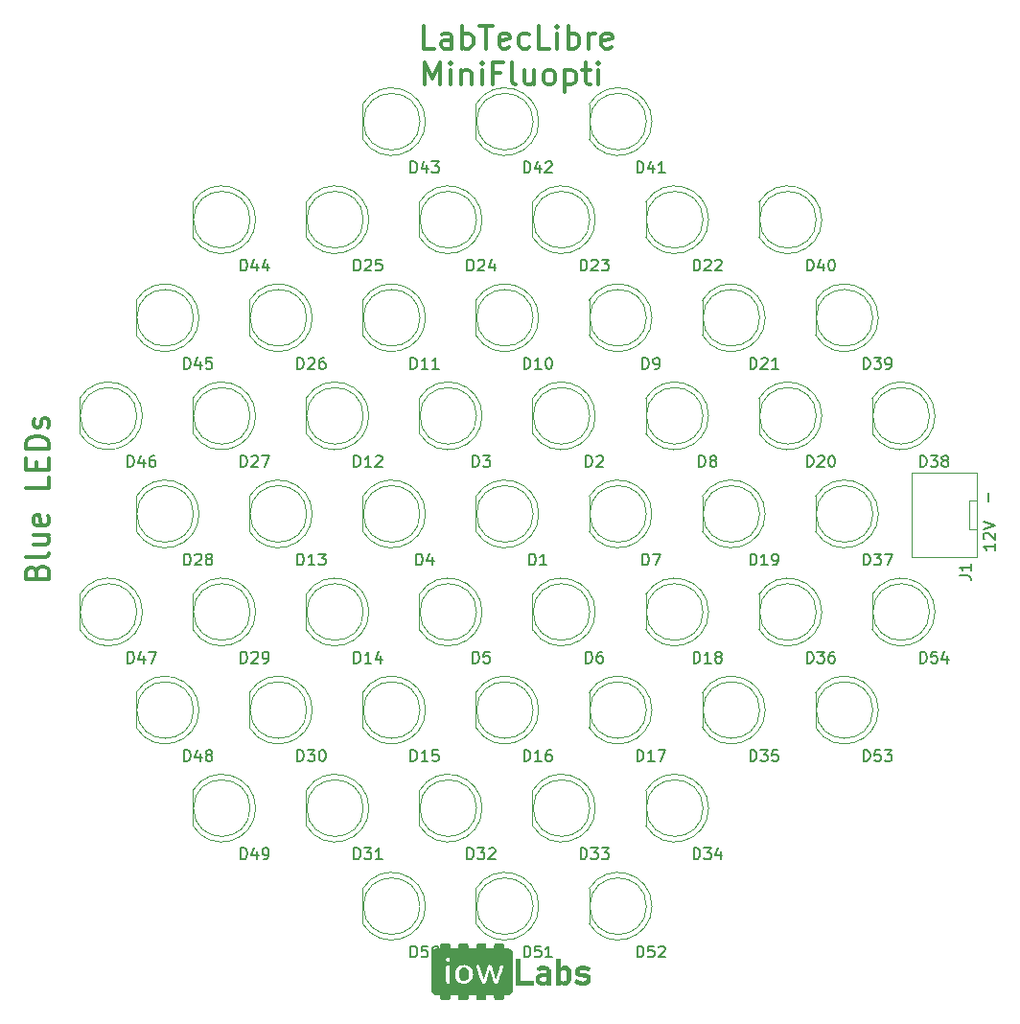
<source format=gto>
G04 #@! TF.GenerationSoftware,KiCad,Pcbnew,(5.1.9)-1*
G04 #@! TF.CreationDate,2021-10-19T01:50:32-03:00*
G04 #@! TF.ProjectId,Blue_LED,426c7565-5f4c-4454-942e-6b696361645f,rev?*
G04 #@! TF.SameCoordinates,Original*
G04 #@! TF.FileFunction,Legend,Top*
G04 #@! TF.FilePolarity,Positive*
%FSLAX46Y46*%
G04 Gerber Fmt 4.6, Leading zero omitted, Abs format (unit mm)*
G04 Created by KiCad (PCBNEW (5.1.9)-1) date 2021-10-19 01:50:32*
%MOMM*%
%LPD*%
G01*
G04 APERTURE LIST*
%ADD10C,0.150000*%
%ADD11C,0.300000*%
%ADD12C,0.010000*%
%ADD13C,0.120000*%
%ADD14C,1.800000*%
%ADD15O,1.800000X2.500000*%
G04 APERTURE END LIST*
D10*
X193252380Y-102619047D02*
X193252380Y-103190476D01*
X193252380Y-102904761D02*
X192252380Y-102904761D01*
X192395238Y-103000000D01*
X192490476Y-103095238D01*
X192538095Y-103190476D01*
X192347619Y-102238095D02*
X192300000Y-102190476D01*
X192252380Y-102095238D01*
X192252380Y-101857142D01*
X192300000Y-101761904D01*
X192347619Y-101714285D01*
X192442857Y-101666666D01*
X192538095Y-101666666D01*
X192680952Y-101714285D01*
X193252380Y-102285714D01*
X193252380Y-101666666D01*
X192252380Y-101380952D02*
X193252380Y-101047619D01*
X192252380Y-100714285D01*
X192671428Y-98880952D02*
X192671428Y-98119047D01*
D11*
X108657142Y-105128571D02*
X108752380Y-104842857D01*
X108847619Y-104747619D01*
X109038095Y-104652380D01*
X109323809Y-104652380D01*
X109514285Y-104747619D01*
X109609523Y-104842857D01*
X109704761Y-105033333D01*
X109704761Y-105795238D01*
X107704761Y-105795238D01*
X107704761Y-105128571D01*
X107800000Y-104938095D01*
X107895238Y-104842857D01*
X108085714Y-104747619D01*
X108276190Y-104747619D01*
X108466666Y-104842857D01*
X108561904Y-104938095D01*
X108657142Y-105128571D01*
X108657142Y-105795238D01*
X109704761Y-103509523D02*
X109609523Y-103700000D01*
X109419047Y-103795238D01*
X107704761Y-103795238D01*
X108371428Y-101890476D02*
X109704761Y-101890476D01*
X108371428Y-102747619D02*
X109419047Y-102747619D01*
X109609523Y-102652380D01*
X109704761Y-102461904D01*
X109704761Y-102176190D01*
X109609523Y-101985714D01*
X109514285Y-101890476D01*
X109609523Y-100176190D02*
X109704761Y-100366666D01*
X109704761Y-100747619D01*
X109609523Y-100938095D01*
X109419047Y-101033333D01*
X108657142Y-101033333D01*
X108466666Y-100938095D01*
X108371428Y-100747619D01*
X108371428Y-100366666D01*
X108466666Y-100176190D01*
X108657142Y-100080952D01*
X108847619Y-100080952D01*
X109038095Y-101033333D01*
X109704761Y-96747619D02*
X109704761Y-97700000D01*
X107704761Y-97700000D01*
X108657142Y-96080952D02*
X108657142Y-95414285D01*
X109704761Y-95128571D02*
X109704761Y-96080952D01*
X107704761Y-96080952D01*
X107704761Y-95128571D01*
X109704761Y-94271428D02*
X107704761Y-94271428D01*
X107704761Y-93795238D01*
X107800000Y-93509523D01*
X107990476Y-93319047D01*
X108180952Y-93223809D01*
X108561904Y-93128571D01*
X108847619Y-93128571D01*
X109228571Y-93223809D01*
X109419047Y-93319047D01*
X109609523Y-93509523D01*
X109704761Y-93795238D01*
X109704761Y-94271428D01*
X109609523Y-92366666D02*
X109704761Y-92176190D01*
X109704761Y-91795238D01*
X109609523Y-91604761D01*
X109419047Y-91509523D01*
X109323809Y-91509523D01*
X109133333Y-91604761D01*
X109038095Y-91795238D01*
X109038095Y-92080952D01*
X108942857Y-92271428D01*
X108752380Y-92366666D01*
X108657142Y-92366666D01*
X108466666Y-92271428D01*
X108371428Y-92080952D01*
X108371428Y-91795238D01*
X108466666Y-91604761D01*
X142933333Y-62104761D02*
X142933333Y-60104761D01*
X143600000Y-61533333D01*
X144266666Y-60104761D01*
X144266666Y-62104761D01*
X145219047Y-62104761D02*
X145219047Y-60771428D01*
X145219047Y-60104761D02*
X145123809Y-60200000D01*
X145219047Y-60295238D01*
X145314285Y-60200000D01*
X145219047Y-60104761D01*
X145219047Y-60295238D01*
X146171428Y-60771428D02*
X146171428Y-62104761D01*
X146171428Y-60961904D02*
X146266666Y-60866666D01*
X146457142Y-60771428D01*
X146742857Y-60771428D01*
X146933333Y-60866666D01*
X147028571Y-61057142D01*
X147028571Y-62104761D01*
X147980952Y-62104761D02*
X147980952Y-60771428D01*
X147980952Y-60104761D02*
X147885714Y-60200000D01*
X147980952Y-60295238D01*
X148076190Y-60200000D01*
X147980952Y-60104761D01*
X147980952Y-60295238D01*
X149600000Y-61057142D02*
X148933333Y-61057142D01*
X148933333Y-62104761D02*
X148933333Y-60104761D01*
X149885714Y-60104761D01*
X150933333Y-62104761D02*
X150742857Y-62009523D01*
X150647619Y-61819047D01*
X150647619Y-60104761D01*
X152552380Y-60771428D02*
X152552380Y-62104761D01*
X151695238Y-60771428D02*
X151695238Y-61819047D01*
X151790476Y-62009523D01*
X151980952Y-62104761D01*
X152266666Y-62104761D01*
X152457142Y-62009523D01*
X152552380Y-61914285D01*
X153790476Y-62104761D02*
X153600000Y-62009523D01*
X153504761Y-61914285D01*
X153409523Y-61723809D01*
X153409523Y-61152380D01*
X153504761Y-60961904D01*
X153600000Y-60866666D01*
X153790476Y-60771428D01*
X154076190Y-60771428D01*
X154266666Y-60866666D01*
X154361904Y-60961904D01*
X154457142Y-61152380D01*
X154457142Y-61723809D01*
X154361904Y-61914285D01*
X154266666Y-62009523D01*
X154076190Y-62104761D01*
X153790476Y-62104761D01*
X155314285Y-60771428D02*
X155314285Y-62771428D01*
X155314285Y-60866666D02*
X155504761Y-60771428D01*
X155885714Y-60771428D01*
X156076190Y-60866666D01*
X156171428Y-60961904D01*
X156266666Y-61152380D01*
X156266666Y-61723809D01*
X156171428Y-61914285D01*
X156076190Y-62009523D01*
X155885714Y-62104761D01*
X155504761Y-62104761D01*
X155314285Y-62009523D01*
X156838095Y-60771428D02*
X157600000Y-60771428D01*
X157123809Y-60104761D02*
X157123809Y-61819047D01*
X157219047Y-62009523D01*
X157409523Y-62104761D01*
X157600000Y-62104761D01*
X158266666Y-62104761D02*
X158266666Y-60771428D01*
X158266666Y-60104761D02*
X158171428Y-60200000D01*
X158266666Y-60295238D01*
X158361904Y-60200000D01*
X158266666Y-60104761D01*
X158266666Y-60295238D01*
X143766666Y-58904761D02*
X142814285Y-58904761D01*
X142814285Y-56904761D01*
X145290476Y-58904761D02*
X145290476Y-57857142D01*
X145195238Y-57666666D01*
X145004761Y-57571428D01*
X144623809Y-57571428D01*
X144433333Y-57666666D01*
X145290476Y-58809523D02*
X145100000Y-58904761D01*
X144623809Y-58904761D01*
X144433333Y-58809523D01*
X144338095Y-58619047D01*
X144338095Y-58428571D01*
X144433333Y-58238095D01*
X144623809Y-58142857D01*
X145100000Y-58142857D01*
X145290476Y-58047619D01*
X146242857Y-58904761D02*
X146242857Y-56904761D01*
X146242857Y-57666666D02*
X146433333Y-57571428D01*
X146814285Y-57571428D01*
X147004761Y-57666666D01*
X147100000Y-57761904D01*
X147195238Y-57952380D01*
X147195238Y-58523809D01*
X147100000Y-58714285D01*
X147004761Y-58809523D01*
X146814285Y-58904761D01*
X146433333Y-58904761D01*
X146242857Y-58809523D01*
X147766666Y-56904761D02*
X148909523Y-56904761D01*
X148338095Y-58904761D02*
X148338095Y-56904761D01*
X150338095Y-58809523D02*
X150147619Y-58904761D01*
X149766666Y-58904761D01*
X149576190Y-58809523D01*
X149480952Y-58619047D01*
X149480952Y-57857142D01*
X149576190Y-57666666D01*
X149766666Y-57571428D01*
X150147619Y-57571428D01*
X150338095Y-57666666D01*
X150433333Y-57857142D01*
X150433333Y-58047619D01*
X149480952Y-58238095D01*
X152147619Y-58809523D02*
X151957142Y-58904761D01*
X151576190Y-58904761D01*
X151385714Y-58809523D01*
X151290476Y-58714285D01*
X151195238Y-58523809D01*
X151195238Y-57952380D01*
X151290476Y-57761904D01*
X151385714Y-57666666D01*
X151576190Y-57571428D01*
X151957142Y-57571428D01*
X152147619Y-57666666D01*
X153957142Y-58904761D02*
X153004761Y-58904761D01*
X153004761Y-56904761D01*
X154623809Y-58904761D02*
X154623809Y-57571428D01*
X154623809Y-56904761D02*
X154528571Y-57000000D01*
X154623809Y-57095238D01*
X154719047Y-57000000D01*
X154623809Y-56904761D01*
X154623809Y-57095238D01*
X155576190Y-58904761D02*
X155576190Y-56904761D01*
X155576190Y-57666666D02*
X155766666Y-57571428D01*
X156147619Y-57571428D01*
X156338095Y-57666666D01*
X156433333Y-57761904D01*
X156528571Y-57952380D01*
X156528571Y-58523809D01*
X156433333Y-58714285D01*
X156338095Y-58809523D01*
X156147619Y-58904761D01*
X155766666Y-58904761D01*
X155576190Y-58809523D01*
X157385714Y-58904761D02*
X157385714Y-57571428D01*
X157385714Y-57952380D02*
X157480952Y-57761904D01*
X157576190Y-57666666D01*
X157766666Y-57571428D01*
X157957142Y-57571428D01*
X159385714Y-58809523D02*
X159195238Y-58904761D01*
X158814285Y-58904761D01*
X158623809Y-58809523D01*
X158528571Y-58619047D01*
X158528571Y-57857142D01*
X158623809Y-57666666D01*
X158814285Y-57571428D01*
X159195238Y-57571428D01*
X159385714Y-57666666D01*
X159480952Y-57857142D01*
X159480952Y-58047619D01*
X158528571Y-58238095D01*
D12*
G36*
X149545265Y-137915418D02*
G01*
X149618791Y-137916557D01*
X149675794Y-137919444D01*
X149719056Y-137924888D01*
X149751358Y-137933696D01*
X149775482Y-137946679D01*
X149794210Y-137964643D01*
X149810323Y-137988398D01*
X149826603Y-138018752D01*
X149829717Y-138024883D01*
X149842167Y-138050819D01*
X149850658Y-138074077D01*
X149855941Y-138099773D01*
X149858771Y-138133022D01*
X149859901Y-138178937D01*
X149860087Y-138231137D01*
X149860087Y-138377444D01*
X150089530Y-138381005D01*
X150318973Y-138384565D01*
X150392506Y-138420794D01*
X150469541Y-138470062D01*
X150533841Y-138534259D01*
X150581632Y-138609398D01*
X150591124Y-138630817D01*
X150616565Y-138693783D01*
X150616565Y-142117261D01*
X150581765Y-142190714D01*
X150532676Y-142271944D01*
X150469461Y-142336726D01*
X150390084Y-142387092D01*
X150380801Y-142391593D01*
X150307348Y-142426310D01*
X149862110Y-142434234D01*
X149858338Y-142590487D01*
X149856570Y-142653169D01*
X149854290Y-142698387D01*
X149850744Y-142730760D01*
X149845182Y-142754911D01*
X149836853Y-142775458D01*
X149825004Y-142797024D01*
X149824648Y-142797629D01*
X149809822Y-142822463D01*
X149796063Y-142842066D01*
X149780677Y-142857056D01*
X149760972Y-142868054D01*
X149734254Y-142875675D01*
X149697830Y-142880540D01*
X149649006Y-142883266D01*
X149585090Y-142884472D01*
X149503387Y-142884776D01*
X149445046Y-142884783D01*
X149150706Y-142884783D01*
X149108989Y-142843065D01*
X149078093Y-142805169D01*
X149055937Y-142760198D01*
X149041517Y-142704424D01*
X149033826Y-142634119D01*
X149031826Y-142556996D01*
X149031826Y-142432000D01*
X148283376Y-142432000D01*
X148278776Y-142583848D01*
X148275000Y-142661465D01*
X148268132Y-142721167D01*
X148256866Y-142767052D01*
X148239896Y-142803219D01*
X148215916Y-142833768D01*
X148192159Y-142855785D01*
X148157697Y-142884783D01*
X147868653Y-142884741D01*
X147773449Y-142884574D01*
X147697696Y-142883664D01*
X147638757Y-142881356D01*
X147593995Y-142876995D01*
X147560773Y-142869925D01*
X147536455Y-142859491D01*
X147518404Y-142845038D01*
X147503985Y-142825909D01*
X147490559Y-142801449D01*
X147484486Y-142789231D01*
X147473557Y-142764669D01*
X147465888Y-142739706D01*
X147460765Y-142709445D01*
X147457474Y-142668988D01*
X147455300Y-142613438D01*
X147454535Y-142583848D01*
X147450939Y-142432000D01*
X146704784Y-142432000D01*
X146699131Y-142580159D01*
X146694140Y-142661788D01*
X146685379Y-142725306D01*
X146671636Y-142774543D01*
X146651701Y-142813325D01*
X146624363Y-142845482D01*
X146611597Y-142856916D01*
X146578479Y-142884783D01*
X146282642Y-142884783D01*
X146188080Y-142884714D01*
X146112962Y-142884031D01*
X146054644Y-142882014D01*
X146010484Y-142877945D01*
X145977837Y-142871107D01*
X145954061Y-142860780D01*
X145936513Y-142846248D01*
X145922550Y-142826791D01*
X145909527Y-142801691D01*
X145899724Y-142780741D01*
X145888832Y-142755134D01*
X145881435Y-142730140D01*
X145876870Y-142700643D01*
X145874474Y-142661526D01*
X145873584Y-142607674D01*
X145873499Y-142578326D01*
X145873391Y-142432000D01*
X145113462Y-142432000D01*
X145109666Y-142589370D01*
X145107899Y-142652281D01*
X145105634Y-142697701D01*
X145102127Y-142730221D01*
X145096634Y-142754437D01*
X145088412Y-142774940D01*
X145076718Y-142796325D01*
X145075953Y-142797629D01*
X145061126Y-142822463D01*
X145047367Y-142842066D01*
X145031982Y-142857056D01*
X145012277Y-142868054D01*
X144985559Y-142875675D01*
X144949134Y-142880540D01*
X144900311Y-142883266D01*
X144836394Y-142884472D01*
X144754691Y-142884776D01*
X144696350Y-142884783D01*
X144402010Y-142884783D01*
X144360293Y-142843065D01*
X144329241Y-142804900D01*
X144307012Y-142759521D01*
X144292600Y-142703207D01*
X144284995Y-142632234D01*
X144283131Y-142558148D01*
X144283131Y-142434305D01*
X144065022Y-142429590D01*
X143987788Y-142427683D01*
X143928803Y-142425482D01*
X143884229Y-142422585D01*
X143850226Y-142418589D01*
X143822958Y-142413092D01*
X143798585Y-142405691D01*
X143783450Y-142400049D01*
X143715399Y-142363520D01*
X143651223Y-142310952D01*
X143597334Y-142248250D01*
X143570327Y-142203807D01*
X143537696Y-142139348D01*
X143537696Y-140622242D01*
X144724931Y-140622242D01*
X144724937Y-140768109D01*
X144725073Y-140893589D01*
X144725472Y-141000380D01*
X144726270Y-141090182D01*
X144727600Y-141164694D01*
X144729597Y-141225617D01*
X144732394Y-141274648D01*
X144736126Y-141313487D01*
X144740927Y-141343833D01*
X144746931Y-141367387D01*
X144754273Y-141385847D01*
X144763087Y-141400912D01*
X144773506Y-141414282D01*
X144785666Y-141427657D01*
X144788799Y-141430993D01*
X144839012Y-141469173D01*
X144898516Y-141489997D01*
X144961542Y-141492266D01*
X145015116Y-141478056D01*
X145057103Y-141451257D01*
X145097087Y-141410907D01*
X145127727Y-141364891D01*
X145134564Y-141349739D01*
X145137816Y-141330477D01*
X145140833Y-141291511D01*
X145143601Y-141235222D01*
X145146103Y-141163991D01*
X145148325Y-141080201D01*
X145150250Y-140986231D01*
X145151862Y-140884465D01*
X145153148Y-140777284D01*
X145154090Y-140667068D01*
X145154333Y-140620870D01*
X145503435Y-140620870D01*
X145504726Y-140712987D01*
X145509321Y-140788627D01*
X145518297Y-140853288D01*
X145532736Y-140912466D01*
X145553716Y-140971659D01*
X145582317Y-141036365D01*
X145586927Y-141046044D01*
X145650999Y-141157221D01*
X145728635Y-141252652D01*
X145793417Y-141311567D01*
X145882369Y-141371441D01*
X145985370Y-141422724D01*
X146095059Y-141462248D01*
X146199174Y-141486089D01*
X146239364Y-141489455D01*
X146295199Y-141490162D01*
X146360442Y-141488541D01*
X146428855Y-141484923D01*
X146494199Y-141479640D01*
X146550237Y-141473022D01*
X146590730Y-141465402D01*
X146591217Y-141465273D01*
X146720619Y-141420585D01*
X146835906Y-141358975D01*
X146936714Y-141280806D01*
X147022678Y-141186441D01*
X147093434Y-141076243D01*
X147148617Y-140950573D01*
X147167593Y-140891435D01*
X147177515Y-140854212D01*
X147184523Y-140819110D01*
X147189100Y-140781010D01*
X147191728Y-140734792D01*
X147192889Y-140675339D01*
X147193087Y-140620870D01*
X147192692Y-140548634D01*
X147191187Y-140493364D01*
X147188087Y-140449947D01*
X147182911Y-140413270D01*
X147175175Y-140378221D01*
X147167556Y-140350452D01*
X147119110Y-140218082D01*
X147055180Y-140101351D01*
X146976248Y-140000636D01*
X146902511Y-139934103D01*
X147399614Y-139934103D01*
X147401162Y-139952502D01*
X147405227Y-139975777D01*
X147412391Y-140005913D01*
X147423237Y-140044895D01*
X147438344Y-140094708D01*
X147458296Y-140157336D01*
X147483673Y-140234764D01*
X147515057Y-140328977D01*
X147553029Y-140441960D01*
X147555637Y-140449696D01*
X147608142Y-140605389D01*
X147654124Y-140741553D01*
X147694080Y-140859598D01*
X147728508Y-140960935D01*
X147757904Y-141046976D01*
X147782766Y-141119132D01*
X147803591Y-141178815D01*
X147820878Y-141227435D01*
X147835122Y-141266404D01*
X147846822Y-141297133D01*
X147856475Y-141321034D01*
X147864578Y-141339518D01*
X147871629Y-141353996D01*
X147878124Y-141365879D01*
X147879123Y-141367595D01*
X147917926Y-141419037D01*
X147965381Y-141459282D01*
X148012347Y-141482075D01*
X148060997Y-141490531D01*
X148117017Y-141491380D01*
X148168360Y-141484713D01*
X148182591Y-141480758D01*
X148230301Y-141456610D01*
X148271538Y-141417179D01*
X148307894Y-141360376D01*
X148340963Y-141284110D01*
X148348472Y-141263014D01*
X148356029Y-141239211D01*
X148368810Y-141196817D01*
X148386036Y-141138500D01*
X148406932Y-141066927D01*
X148430720Y-140984762D01*
X148456621Y-140894674D01*
X148483859Y-140799328D01*
X148491905Y-140771048D01*
X148518741Y-140676931D01*
X148543915Y-140589218D01*
X148566747Y-140510235D01*
X148586556Y-140442311D01*
X148602661Y-140387775D01*
X148614383Y-140348955D01*
X148621041Y-140328178D01*
X148622102Y-140325499D01*
X148626605Y-140332905D01*
X148636573Y-140359522D01*
X148651366Y-140403333D01*
X148670346Y-140462322D01*
X148692873Y-140534474D01*
X148718308Y-140617771D01*
X148746013Y-140710197D01*
X148772608Y-140800369D01*
X148802778Y-140902621D01*
X148832052Y-141000298D01*
X148859661Y-141090942D01*
X148884835Y-141172093D01*
X148906806Y-141241294D01*
X148924805Y-141296086D01*
X148938063Y-141334011D01*
X148944577Y-141350214D01*
X148983510Y-141413446D01*
X149032369Y-141457552D01*
X149093003Y-141483674D01*
X149167256Y-141492954D01*
X149175391Y-141493000D01*
X149243516Y-141482857D01*
X149302758Y-141452830D01*
X149353340Y-141402730D01*
X149395483Y-141332368D01*
X149413280Y-141290009D01*
X149435969Y-141228230D01*
X149462765Y-141153279D01*
X149492931Y-141067373D01*
X149525728Y-140972728D01*
X149560420Y-140871560D01*
X149596268Y-140766086D01*
X149632535Y-140658522D01*
X149668483Y-140551085D01*
X149703374Y-140445990D01*
X149736471Y-140345454D01*
X149767036Y-140251694D01*
X149794331Y-140166925D01*
X149817619Y-140093364D01*
X149836162Y-140033228D01*
X149849222Y-139988732D01*
X149856062Y-139962093D01*
X149856860Y-139957297D01*
X149854090Y-139890654D01*
X149833020Y-139835250D01*
X149795308Y-139792863D01*
X149742612Y-139765271D01*
X149676592Y-139754252D01*
X149667407Y-139754129D01*
X149606441Y-139761061D01*
X149559953Y-139782929D01*
X149524417Y-139821876D01*
X149508587Y-139850664D01*
X149501183Y-139870325D01*
X149488318Y-139908971D01*
X149470676Y-139964372D01*
X149448943Y-140034299D01*
X149423806Y-140116522D01*
X149395949Y-140208813D01*
X149366058Y-140308940D01*
X149334818Y-140414677D01*
X149328382Y-140436597D01*
X149287754Y-140574222D01*
X149252834Y-140690594D01*
X149223597Y-140785790D01*
X149200019Y-140859887D01*
X149182075Y-140912962D01*
X149169740Y-140945092D01*
X149162990Y-140956353D01*
X149162036Y-140955640D01*
X149157303Y-140940916D01*
X149147257Y-140907312D01*
X149132583Y-140857204D01*
X149113970Y-140792968D01*
X149092106Y-140716979D01*
X149067676Y-140631613D01*
X149041370Y-140539247D01*
X149031622Y-140504913D01*
X148994310Y-140373590D01*
X148962340Y-140261770D01*
X148935104Y-140167684D01*
X148911995Y-140089567D01*
X148892403Y-140025650D01*
X148875719Y-139974165D01*
X148861335Y-139933347D01*
X148848643Y-139901427D01*
X148837034Y-139876637D01*
X148825900Y-139857211D01*
X148814631Y-139841381D01*
X148802619Y-139827379D01*
X148795855Y-139820211D01*
X148739972Y-139776652D01*
X148677418Y-139752740D01*
X148611554Y-139748445D01*
X148545739Y-139763737D01*
X148483334Y-139798585D01*
X148454514Y-139823281D01*
X148443969Y-139833851D01*
X148434434Y-139844781D01*
X148425339Y-139857767D01*
X148416110Y-139874502D01*
X148406176Y-139896682D01*
X148394965Y-139926002D01*
X148381906Y-139964155D01*
X148366425Y-140012837D01*
X148347952Y-140073742D01*
X148325915Y-140148565D01*
X148299741Y-140239001D01*
X148268859Y-140346744D01*
X148232697Y-140473488D01*
X148219746Y-140518933D01*
X148192317Y-140614900D01*
X148166728Y-140703859D01*
X148143612Y-140783658D01*
X148123598Y-140852142D01*
X148107320Y-140907159D01*
X148095407Y-140946555D01*
X148088492Y-140968177D01*
X148086994Y-140971716D01*
X148083427Y-140960847D01*
X148074299Y-140930814D01*
X148060216Y-140883661D01*
X148041782Y-140821434D01*
X148019599Y-140746177D01*
X147994272Y-140659935D01*
X147966406Y-140564754D01*
X147936603Y-140462677D01*
X147932819Y-140449696D01*
X147893100Y-140314056D01*
X147858683Y-140198112D01*
X147829000Y-140100264D01*
X147803480Y-140018916D01*
X147781552Y-139952471D01*
X147762647Y-139899331D01*
X147746194Y-139857899D01*
X147731624Y-139826578D01*
X147718365Y-139803770D01*
X147705849Y-139787879D01*
X147693504Y-139777306D01*
X147692590Y-139776697D01*
X147644141Y-139756679D01*
X147587050Y-139750966D01*
X147529750Y-139759855D01*
X147503299Y-139770040D01*
X147450782Y-139804751D01*
X147417238Y-139849842D01*
X147401109Y-139907557D01*
X147400002Y-139918597D01*
X147399614Y-139934103D01*
X146902511Y-139934103D01*
X146882795Y-139916314D01*
X146775301Y-139848760D01*
X146654249Y-139798352D01*
X146520118Y-139765466D01*
X146402638Y-139751958D01*
X146258647Y-139752717D01*
X146122670Y-139773259D01*
X145995727Y-139813225D01*
X145878836Y-139872257D01*
X145773017Y-139950000D01*
X145733814Y-139986458D01*
X145688786Y-140033004D01*
X145655423Y-140073054D01*
X145628307Y-140114111D01*
X145602020Y-140163680D01*
X145594181Y-140179876D01*
X145562231Y-140250113D01*
X145538587Y-140311802D01*
X145522074Y-140370659D01*
X145511517Y-140432398D01*
X145505738Y-140502734D01*
X145503563Y-140587382D01*
X145503435Y-140620870D01*
X145154333Y-140620870D01*
X145154674Y-140556200D01*
X145154884Y-140447060D01*
X145154704Y-140342031D01*
X145154119Y-140243494D01*
X145153113Y-140153830D01*
X145151671Y-140075421D01*
X145149777Y-140010648D01*
X145147416Y-139961893D01*
X145144572Y-139931537D01*
X145143838Y-139927356D01*
X145121266Y-139864735D01*
X145084407Y-139814607D01*
X145036889Y-139778138D01*
X144982347Y-139756493D01*
X144924410Y-139750838D01*
X144866711Y-139762340D01*
X144812881Y-139792162D01*
X144789275Y-139813546D01*
X144762874Y-139847233D01*
X144742436Y-139883811D01*
X144736880Y-139898885D01*
X144733979Y-139921078D01*
X144731479Y-139965274D01*
X144729380Y-140031392D01*
X144727684Y-140119354D01*
X144726391Y-140229077D01*
X144725505Y-140360481D01*
X144725024Y-140513487D01*
X144724931Y-140622242D01*
X143537696Y-140622242D01*
X143537696Y-139343306D01*
X144725112Y-139343306D01*
X144735267Y-139408527D01*
X144763028Y-139463622D01*
X144805432Y-139506517D01*
X144859519Y-139535141D01*
X144922326Y-139547418D01*
X144990893Y-139541277D01*
X145003375Y-139538123D01*
X145056592Y-139513349D01*
X145103223Y-139473425D01*
X145130137Y-139435141D01*
X145142828Y-139394542D01*
X145147526Y-139343575D01*
X145144195Y-139292130D01*
X145132802Y-139250095D01*
X145130789Y-139245957D01*
X145091576Y-139193059D01*
X145039665Y-139155577D01*
X144979504Y-139135025D01*
X144915541Y-139132918D01*
X144852225Y-139150773D01*
X144851870Y-139150937D01*
X144792411Y-139188887D01*
X144751210Y-139238705D01*
X144729008Y-139299267D01*
X144725112Y-139343306D01*
X143537696Y-139343306D01*
X143537696Y-138671696D01*
X143569998Y-138605905D01*
X143620282Y-138527912D01*
X143687158Y-138462480D01*
X143761693Y-138415722D01*
X143783596Y-138405355D01*
X143803426Y-138397556D01*
X143824796Y-138391892D01*
X143851318Y-138387933D01*
X143886606Y-138385249D01*
X143934273Y-138383408D01*
X143997932Y-138381980D01*
X144052751Y-138381015D01*
X144280676Y-138377147D01*
X144285007Y-138226247D01*
X144287040Y-138164741D01*
X144289608Y-138120347D01*
X144293587Y-138088095D01*
X144299852Y-138063015D01*
X144309279Y-138040134D01*
X144322125Y-138015608D01*
X144338557Y-137986848D01*
X144354510Y-137964180D01*
X144372740Y-137946880D01*
X144396000Y-137934223D01*
X144427045Y-137925485D01*
X144468631Y-137919940D01*
X144523511Y-137916864D01*
X144594440Y-137915533D01*
X144684174Y-137915221D01*
X144703738Y-137915218D01*
X144796569Y-137915418D01*
X144870096Y-137916557D01*
X144927099Y-137919444D01*
X144970360Y-137924888D01*
X145002662Y-137933696D01*
X145026786Y-137946679D01*
X145045514Y-137964643D01*
X145061627Y-137988398D01*
X145077907Y-138018752D01*
X145081022Y-138024883D01*
X145093434Y-138050727D01*
X145101912Y-138073901D01*
X145107201Y-138099490D01*
X145110047Y-138132578D01*
X145111195Y-138178250D01*
X145111391Y-138232082D01*
X145111391Y-138379334D01*
X145489631Y-138376428D01*
X145867870Y-138373522D01*
X145873420Y-138213391D01*
X145876564Y-138141727D01*
X145881161Y-138087855D01*
X145888484Y-138047482D01*
X145899807Y-138016315D01*
X145916404Y-137990062D01*
X145939549Y-137964427D01*
X145950415Y-137953870D01*
X145985237Y-137920739D01*
X146268901Y-137917652D01*
X146364414Y-137916774D01*
X146440516Y-137916907D01*
X146499883Y-137918739D01*
X146545189Y-137922959D01*
X146579107Y-137930256D01*
X146604314Y-137941318D01*
X146623482Y-137956834D01*
X146639287Y-137977491D01*
X146654403Y-138003979D01*
X146662156Y-138018882D01*
X146675431Y-138046149D01*
X146684710Y-138070942D01*
X146690903Y-138098429D01*
X146694925Y-138133776D01*
X146697687Y-138182150D01*
X146699488Y-138230287D01*
X146704533Y-138379044D01*
X147450538Y-138379044D01*
X147454334Y-138221674D01*
X147456170Y-138158159D01*
X147458581Y-138112137D01*
X147462267Y-138079016D01*
X147467925Y-138054202D01*
X147476253Y-138033102D01*
X147485739Y-138015036D01*
X147510456Y-137979745D01*
X147540230Y-137948810D01*
X147551628Y-137939983D01*
X147563781Y-137932143D01*
X147575979Y-137926112D01*
X147591080Y-137921692D01*
X147611943Y-137918682D01*
X147641424Y-137916883D01*
X147682381Y-137916095D01*
X147737672Y-137916118D01*
X147810154Y-137916753D01*
X147873866Y-137917469D01*
X147966577Y-137918635D01*
X148039933Y-137920257D01*
X148096667Y-137923090D01*
X148139508Y-137927892D01*
X148171190Y-137935418D01*
X148194441Y-137946424D01*
X148211994Y-137961665D01*
X148226580Y-137981899D01*
X148240930Y-138007880D01*
X148247671Y-138020936D01*
X148259035Y-138045000D01*
X148267011Y-138068762D01*
X148272342Y-138097090D01*
X148275774Y-138134856D01*
X148278051Y-138186930D01*
X148279168Y-138226860D01*
X148282988Y-138379044D01*
X149029320Y-138379044D01*
X149033676Y-138227196D01*
X149035710Y-138165496D01*
X149038263Y-138120936D01*
X149042202Y-138088575D01*
X149048396Y-138063469D01*
X149057713Y-138040674D01*
X149070821Y-138015608D01*
X149087253Y-137986848D01*
X149103206Y-137964180D01*
X149121435Y-137946880D01*
X149144695Y-137934223D01*
X149175741Y-137925485D01*
X149217326Y-137919940D01*
X149272206Y-137916864D01*
X149343136Y-137915533D01*
X149432870Y-137915221D01*
X149452434Y-137915218D01*
X149545265Y-137915418D01*
G37*
X149545265Y-137915418D02*
X149618791Y-137916557D01*
X149675794Y-137919444D01*
X149719056Y-137924888D01*
X149751358Y-137933696D01*
X149775482Y-137946679D01*
X149794210Y-137964643D01*
X149810323Y-137988398D01*
X149826603Y-138018752D01*
X149829717Y-138024883D01*
X149842167Y-138050819D01*
X149850658Y-138074077D01*
X149855941Y-138099773D01*
X149858771Y-138133022D01*
X149859901Y-138178937D01*
X149860087Y-138231137D01*
X149860087Y-138377444D01*
X150089530Y-138381005D01*
X150318973Y-138384565D01*
X150392506Y-138420794D01*
X150469541Y-138470062D01*
X150533841Y-138534259D01*
X150581632Y-138609398D01*
X150591124Y-138630817D01*
X150616565Y-138693783D01*
X150616565Y-142117261D01*
X150581765Y-142190714D01*
X150532676Y-142271944D01*
X150469461Y-142336726D01*
X150390084Y-142387092D01*
X150380801Y-142391593D01*
X150307348Y-142426310D01*
X149862110Y-142434234D01*
X149858338Y-142590487D01*
X149856570Y-142653169D01*
X149854290Y-142698387D01*
X149850744Y-142730760D01*
X149845182Y-142754911D01*
X149836853Y-142775458D01*
X149825004Y-142797024D01*
X149824648Y-142797629D01*
X149809822Y-142822463D01*
X149796063Y-142842066D01*
X149780677Y-142857056D01*
X149760972Y-142868054D01*
X149734254Y-142875675D01*
X149697830Y-142880540D01*
X149649006Y-142883266D01*
X149585090Y-142884472D01*
X149503387Y-142884776D01*
X149445046Y-142884783D01*
X149150706Y-142884783D01*
X149108989Y-142843065D01*
X149078093Y-142805169D01*
X149055937Y-142760198D01*
X149041517Y-142704424D01*
X149033826Y-142634119D01*
X149031826Y-142556996D01*
X149031826Y-142432000D01*
X148283376Y-142432000D01*
X148278776Y-142583848D01*
X148275000Y-142661465D01*
X148268132Y-142721167D01*
X148256866Y-142767052D01*
X148239896Y-142803219D01*
X148215916Y-142833768D01*
X148192159Y-142855785D01*
X148157697Y-142884783D01*
X147868653Y-142884741D01*
X147773449Y-142884574D01*
X147697696Y-142883664D01*
X147638757Y-142881356D01*
X147593995Y-142876995D01*
X147560773Y-142869925D01*
X147536455Y-142859491D01*
X147518404Y-142845038D01*
X147503985Y-142825909D01*
X147490559Y-142801449D01*
X147484486Y-142789231D01*
X147473557Y-142764669D01*
X147465888Y-142739706D01*
X147460765Y-142709445D01*
X147457474Y-142668988D01*
X147455300Y-142613438D01*
X147454535Y-142583848D01*
X147450939Y-142432000D01*
X146704784Y-142432000D01*
X146699131Y-142580159D01*
X146694140Y-142661788D01*
X146685379Y-142725306D01*
X146671636Y-142774543D01*
X146651701Y-142813325D01*
X146624363Y-142845482D01*
X146611597Y-142856916D01*
X146578479Y-142884783D01*
X146282642Y-142884783D01*
X146188080Y-142884714D01*
X146112962Y-142884031D01*
X146054644Y-142882014D01*
X146010484Y-142877945D01*
X145977837Y-142871107D01*
X145954061Y-142860780D01*
X145936513Y-142846248D01*
X145922550Y-142826791D01*
X145909527Y-142801691D01*
X145899724Y-142780741D01*
X145888832Y-142755134D01*
X145881435Y-142730140D01*
X145876870Y-142700643D01*
X145874474Y-142661526D01*
X145873584Y-142607674D01*
X145873499Y-142578326D01*
X145873391Y-142432000D01*
X145113462Y-142432000D01*
X145109666Y-142589370D01*
X145107899Y-142652281D01*
X145105634Y-142697701D01*
X145102127Y-142730221D01*
X145096634Y-142754437D01*
X145088412Y-142774940D01*
X145076718Y-142796325D01*
X145075953Y-142797629D01*
X145061126Y-142822463D01*
X145047367Y-142842066D01*
X145031982Y-142857056D01*
X145012277Y-142868054D01*
X144985559Y-142875675D01*
X144949134Y-142880540D01*
X144900311Y-142883266D01*
X144836394Y-142884472D01*
X144754691Y-142884776D01*
X144696350Y-142884783D01*
X144402010Y-142884783D01*
X144360293Y-142843065D01*
X144329241Y-142804900D01*
X144307012Y-142759521D01*
X144292600Y-142703207D01*
X144284995Y-142632234D01*
X144283131Y-142558148D01*
X144283131Y-142434305D01*
X144065022Y-142429590D01*
X143987788Y-142427683D01*
X143928803Y-142425482D01*
X143884229Y-142422585D01*
X143850226Y-142418589D01*
X143822958Y-142413092D01*
X143798585Y-142405691D01*
X143783450Y-142400049D01*
X143715399Y-142363520D01*
X143651223Y-142310952D01*
X143597334Y-142248250D01*
X143570327Y-142203807D01*
X143537696Y-142139348D01*
X143537696Y-140622242D01*
X144724931Y-140622242D01*
X144724937Y-140768109D01*
X144725073Y-140893589D01*
X144725472Y-141000380D01*
X144726270Y-141090182D01*
X144727600Y-141164694D01*
X144729597Y-141225617D01*
X144732394Y-141274648D01*
X144736126Y-141313487D01*
X144740927Y-141343833D01*
X144746931Y-141367387D01*
X144754273Y-141385847D01*
X144763087Y-141400912D01*
X144773506Y-141414282D01*
X144785666Y-141427657D01*
X144788799Y-141430993D01*
X144839012Y-141469173D01*
X144898516Y-141489997D01*
X144961542Y-141492266D01*
X145015116Y-141478056D01*
X145057103Y-141451257D01*
X145097087Y-141410907D01*
X145127727Y-141364891D01*
X145134564Y-141349739D01*
X145137816Y-141330477D01*
X145140833Y-141291511D01*
X145143601Y-141235222D01*
X145146103Y-141163991D01*
X145148325Y-141080201D01*
X145150250Y-140986231D01*
X145151862Y-140884465D01*
X145153148Y-140777284D01*
X145154090Y-140667068D01*
X145154333Y-140620870D01*
X145503435Y-140620870D01*
X145504726Y-140712987D01*
X145509321Y-140788627D01*
X145518297Y-140853288D01*
X145532736Y-140912466D01*
X145553716Y-140971659D01*
X145582317Y-141036365D01*
X145586927Y-141046044D01*
X145650999Y-141157221D01*
X145728635Y-141252652D01*
X145793417Y-141311567D01*
X145882369Y-141371441D01*
X145985370Y-141422724D01*
X146095059Y-141462248D01*
X146199174Y-141486089D01*
X146239364Y-141489455D01*
X146295199Y-141490162D01*
X146360442Y-141488541D01*
X146428855Y-141484923D01*
X146494199Y-141479640D01*
X146550237Y-141473022D01*
X146590730Y-141465402D01*
X146591217Y-141465273D01*
X146720619Y-141420585D01*
X146835906Y-141358975D01*
X146936714Y-141280806D01*
X147022678Y-141186441D01*
X147093434Y-141076243D01*
X147148617Y-140950573D01*
X147167593Y-140891435D01*
X147177515Y-140854212D01*
X147184523Y-140819110D01*
X147189100Y-140781010D01*
X147191728Y-140734792D01*
X147192889Y-140675339D01*
X147193087Y-140620870D01*
X147192692Y-140548634D01*
X147191187Y-140493364D01*
X147188087Y-140449947D01*
X147182911Y-140413270D01*
X147175175Y-140378221D01*
X147167556Y-140350452D01*
X147119110Y-140218082D01*
X147055180Y-140101351D01*
X146976248Y-140000636D01*
X146902511Y-139934103D01*
X147399614Y-139934103D01*
X147401162Y-139952502D01*
X147405227Y-139975777D01*
X147412391Y-140005913D01*
X147423237Y-140044895D01*
X147438344Y-140094708D01*
X147458296Y-140157336D01*
X147483673Y-140234764D01*
X147515057Y-140328977D01*
X147553029Y-140441960D01*
X147555637Y-140449696D01*
X147608142Y-140605389D01*
X147654124Y-140741553D01*
X147694080Y-140859598D01*
X147728508Y-140960935D01*
X147757904Y-141046976D01*
X147782766Y-141119132D01*
X147803591Y-141178815D01*
X147820878Y-141227435D01*
X147835122Y-141266404D01*
X147846822Y-141297133D01*
X147856475Y-141321034D01*
X147864578Y-141339518D01*
X147871629Y-141353996D01*
X147878124Y-141365879D01*
X147879123Y-141367595D01*
X147917926Y-141419037D01*
X147965381Y-141459282D01*
X148012347Y-141482075D01*
X148060997Y-141490531D01*
X148117017Y-141491380D01*
X148168360Y-141484713D01*
X148182591Y-141480758D01*
X148230301Y-141456610D01*
X148271538Y-141417179D01*
X148307894Y-141360376D01*
X148340963Y-141284110D01*
X148348472Y-141263014D01*
X148356029Y-141239211D01*
X148368810Y-141196817D01*
X148386036Y-141138500D01*
X148406932Y-141066927D01*
X148430720Y-140984762D01*
X148456621Y-140894674D01*
X148483859Y-140799328D01*
X148491905Y-140771048D01*
X148518741Y-140676931D01*
X148543915Y-140589218D01*
X148566747Y-140510235D01*
X148586556Y-140442311D01*
X148602661Y-140387775D01*
X148614383Y-140348955D01*
X148621041Y-140328178D01*
X148622102Y-140325499D01*
X148626605Y-140332905D01*
X148636573Y-140359522D01*
X148651366Y-140403333D01*
X148670346Y-140462322D01*
X148692873Y-140534474D01*
X148718308Y-140617771D01*
X148746013Y-140710197D01*
X148772608Y-140800369D01*
X148802778Y-140902621D01*
X148832052Y-141000298D01*
X148859661Y-141090942D01*
X148884835Y-141172093D01*
X148906806Y-141241294D01*
X148924805Y-141296086D01*
X148938063Y-141334011D01*
X148944577Y-141350214D01*
X148983510Y-141413446D01*
X149032369Y-141457552D01*
X149093003Y-141483674D01*
X149167256Y-141492954D01*
X149175391Y-141493000D01*
X149243516Y-141482857D01*
X149302758Y-141452830D01*
X149353340Y-141402730D01*
X149395483Y-141332368D01*
X149413280Y-141290009D01*
X149435969Y-141228230D01*
X149462765Y-141153279D01*
X149492931Y-141067373D01*
X149525728Y-140972728D01*
X149560420Y-140871560D01*
X149596268Y-140766086D01*
X149632535Y-140658522D01*
X149668483Y-140551085D01*
X149703374Y-140445990D01*
X149736471Y-140345454D01*
X149767036Y-140251694D01*
X149794331Y-140166925D01*
X149817619Y-140093364D01*
X149836162Y-140033228D01*
X149849222Y-139988732D01*
X149856062Y-139962093D01*
X149856860Y-139957297D01*
X149854090Y-139890654D01*
X149833020Y-139835250D01*
X149795308Y-139792863D01*
X149742612Y-139765271D01*
X149676592Y-139754252D01*
X149667407Y-139754129D01*
X149606441Y-139761061D01*
X149559953Y-139782929D01*
X149524417Y-139821876D01*
X149508587Y-139850664D01*
X149501183Y-139870325D01*
X149488318Y-139908971D01*
X149470676Y-139964372D01*
X149448943Y-140034299D01*
X149423806Y-140116522D01*
X149395949Y-140208813D01*
X149366058Y-140308940D01*
X149334818Y-140414677D01*
X149328382Y-140436597D01*
X149287754Y-140574222D01*
X149252834Y-140690594D01*
X149223597Y-140785790D01*
X149200019Y-140859887D01*
X149182075Y-140912962D01*
X149169740Y-140945092D01*
X149162990Y-140956353D01*
X149162036Y-140955640D01*
X149157303Y-140940916D01*
X149147257Y-140907312D01*
X149132583Y-140857204D01*
X149113970Y-140792968D01*
X149092106Y-140716979D01*
X149067676Y-140631613D01*
X149041370Y-140539247D01*
X149031622Y-140504913D01*
X148994310Y-140373590D01*
X148962340Y-140261770D01*
X148935104Y-140167684D01*
X148911995Y-140089567D01*
X148892403Y-140025650D01*
X148875719Y-139974165D01*
X148861335Y-139933347D01*
X148848643Y-139901427D01*
X148837034Y-139876637D01*
X148825900Y-139857211D01*
X148814631Y-139841381D01*
X148802619Y-139827379D01*
X148795855Y-139820211D01*
X148739972Y-139776652D01*
X148677418Y-139752740D01*
X148611554Y-139748445D01*
X148545739Y-139763737D01*
X148483334Y-139798585D01*
X148454514Y-139823281D01*
X148443969Y-139833851D01*
X148434434Y-139844781D01*
X148425339Y-139857767D01*
X148416110Y-139874502D01*
X148406176Y-139896682D01*
X148394965Y-139926002D01*
X148381906Y-139964155D01*
X148366425Y-140012837D01*
X148347952Y-140073742D01*
X148325915Y-140148565D01*
X148299741Y-140239001D01*
X148268859Y-140346744D01*
X148232697Y-140473488D01*
X148219746Y-140518933D01*
X148192317Y-140614900D01*
X148166728Y-140703859D01*
X148143612Y-140783658D01*
X148123598Y-140852142D01*
X148107320Y-140907159D01*
X148095407Y-140946555D01*
X148088492Y-140968177D01*
X148086994Y-140971716D01*
X148083427Y-140960847D01*
X148074299Y-140930814D01*
X148060216Y-140883661D01*
X148041782Y-140821434D01*
X148019599Y-140746177D01*
X147994272Y-140659935D01*
X147966406Y-140564754D01*
X147936603Y-140462677D01*
X147932819Y-140449696D01*
X147893100Y-140314056D01*
X147858683Y-140198112D01*
X147829000Y-140100264D01*
X147803480Y-140018916D01*
X147781552Y-139952471D01*
X147762647Y-139899331D01*
X147746194Y-139857899D01*
X147731624Y-139826578D01*
X147718365Y-139803770D01*
X147705849Y-139787879D01*
X147693504Y-139777306D01*
X147692590Y-139776697D01*
X147644141Y-139756679D01*
X147587050Y-139750966D01*
X147529750Y-139759855D01*
X147503299Y-139770040D01*
X147450782Y-139804751D01*
X147417238Y-139849842D01*
X147401109Y-139907557D01*
X147400002Y-139918597D01*
X147399614Y-139934103D01*
X146902511Y-139934103D01*
X146882795Y-139916314D01*
X146775301Y-139848760D01*
X146654249Y-139798352D01*
X146520118Y-139765466D01*
X146402638Y-139751958D01*
X146258647Y-139752717D01*
X146122670Y-139773259D01*
X145995727Y-139813225D01*
X145878836Y-139872257D01*
X145773017Y-139950000D01*
X145733814Y-139986458D01*
X145688786Y-140033004D01*
X145655423Y-140073054D01*
X145628307Y-140114111D01*
X145602020Y-140163680D01*
X145594181Y-140179876D01*
X145562231Y-140250113D01*
X145538587Y-140311802D01*
X145522074Y-140370659D01*
X145511517Y-140432398D01*
X145505738Y-140502734D01*
X145503563Y-140587382D01*
X145503435Y-140620870D01*
X145154333Y-140620870D01*
X145154674Y-140556200D01*
X145154884Y-140447060D01*
X145154704Y-140342031D01*
X145154119Y-140243494D01*
X145153113Y-140153830D01*
X145151671Y-140075421D01*
X145149777Y-140010648D01*
X145147416Y-139961893D01*
X145144572Y-139931537D01*
X145143838Y-139927356D01*
X145121266Y-139864735D01*
X145084407Y-139814607D01*
X145036889Y-139778138D01*
X144982347Y-139756493D01*
X144924410Y-139750838D01*
X144866711Y-139762340D01*
X144812881Y-139792162D01*
X144789275Y-139813546D01*
X144762874Y-139847233D01*
X144742436Y-139883811D01*
X144736880Y-139898885D01*
X144733979Y-139921078D01*
X144731479Y-139965274D01*
X144729380Y-140031392D01*
X144727684Y-140119354D01*
X144726391Y-140229077D01*
X144725505Y-140360481D01*
X144725024Y-140513487D01*
X144724931Y-140622242D01*
X143537696Y-140622242D01*
X143537696Y-139343306D01*
X144725112Y-139343306D01*
X144735267Y-139408527D01*
X144763028Y-139463622D01*
X144805432Y-139506517D01*
X144859519Y-139535141D01*
X144922326Y-139547418D01*
X144990893Y-139541277D01*
X145003375Y-139538123D01*
X145056592Y-139513349D01*
X145103223Y-139473425D01*
X145130137Y-139435141D01*
X145142828Y-139394542D01*
X145147526Y-139343575D01*
X145144195Y-139292130D01*
X145132802Y-139250095D01*
X145130789Y-139245957D01*
X145091576Y-139193059D01*
X145039665Y-139155577D01*
X144979504Y-139135025D01*
X144915541Y-139132918D01*
X144852225Y-139150773D01*
X144851870Y-139150937D01*
X144792411Y-139188887D01*
X144751210Y-139238705D01*
X144729008Y-139299267D01*
X144725112Y-139343306D01*
X143537696Y-139343306D01*
X143537696Y-138671696D01*
X143569998Y-138605905D01*
X143620282Y-138527912D01*
X143687158Y-138462480D01*
X143761693Y-138415722D01*
X143783596Y-138405355D01*
X143803426Y-138397556D01*
X143824796Y-138391892D01*
X143851318Y-138387933D01*
X143886606Y-138385249D01*
X143934273Y-138383408D01*
X143997932Y-138381980D01*
X144052751Y-138381015D01*
X144280676Y-138377147D01*
X144285007Y-138226247D01*
X144287040Y-138164741D01*
X144289608Y-138120347D01*
X144293587Y-138088095D01*
X144299852Y-138063015D01*
X144309279Y-138040134D01*
X144322125Y-138015608D01*
X144338557Y-137986848D01*
X144354510Y-137964180D01*
X144372740Y-137946880D01*
X144396000Y-137934223D01*
X144427045Y-137925485D01*
X144468631Y-137919940D01*
X144523511Y-137916864D01*
X144594440Y-137915533D01*
X144684174Y-137915221D01*
X144703738Y-137915218D01*
X144796569Y-137915418D01*
X144870096Y-137916557D01*
X144927099Y-137919444D01*
X144970360Y-137924888D01*
X145002662Y-137933696D01*
X145026786Y-137946679D01*
X145045514Y-137964643D01*
X145061627Y-137988398D01*
X145077907Y-138018752D01*
X145081022Y-138024883D01*
X145093434Y-138050727D01*
X145101912Y-138073901D01*
X145107201Y-138099490D01*
X145110047Y-138132578D01*
X145111195Y-138178250D01*
X145111391Y-138232082D01*
X145111391Y-138379334D01*
X145489631Y-138376428D01*
X145867870Y-138373522D01*
X145873420Y-138213391D01*
X145876564Y-138141727D01*
X145881161Y-138087855D01*
X145888484Y-138047482D01*
X145899807Y-138016315D01*
X145916404Y-137990062D01*
X145939549Y-137964427D01*
X145950415Y-137953870D01*
X145985237Y-137920739D01*
X146268901Y-137917652D01*
X146364414Y-137916774D01*
X146440516Y-137916907D01*
X146499883Y-137918739D01*
X146545189Y-137922959D01*
X146579107Y-137930256D01*
X146604314Y-137941318D01*
X146623482Y-137956834D01*
X146639287Y-137977491D01*
X146654403Y-138003979D01*
X146662156Y-138018882D01*
X146675431Y-138046149D01*
X146684710Y-138070942D01*
X146690903Y-138098429D01*
X146694925Y-138133776D01*
X146697687Y-138182150D01*
X146699488Y-138230287D01*
X146704533Y-138379044D01*
X147450538Y-138379044D01*
X147454334Y-138221674D01*
X147456170Y-138158159D01*
X147458581Y-138112137D01*
X147462267Y-138079016D01*
X147467925Y-138054202D01*
X147476253Y-138033102D01*
X147485739Y-138015036D01*
X147510456Y-137979745D01*
X147540230Y-137948810D01*
X147551628Y-137939983D01*
X147563781Y-137932143D01*
X147575979Y-137926112D01*
X147591080Y-137921692D01*
X147611943Y-137918682D01*
X147641424Y-137916883D01*
X147682381Y-137916095D01*
X147737672Y-137916118D01*
X147810154Y-137916753D01*
X147873866Y-137917469D01*
X147966577Y-137918635D01*
X148039933Y-137920257D01*
X148096667Y-137923090D01*
X148139508Y-137927892D01*
X148171190Y-137935418D01*
X148194441Y-137946424D01*
X148211994Y-137961665D01*
X148226580Y-137981899D01*
X148240930Y-138007880D01*
X148247671Y-138020936D01*
X148259035Y-138045000D01*
X148267011Y-138068762D01*
X148272342Y-138097090D01*
X148275774Y-138134856D01*
X148278051Y-138186930D01*
X148279168Y-138226860D01*
X148282988Y-138379044D01*
X149029320Y-138379044D01*
X149033676Y-138227196D01*
X149035710Y-138165496D01*
X149038263Y-138120936D01*
X149042202Y-138088575D01*
X149048396Y-138063469D01*
X149057713Y-138040674D01*
X149070821Y-138015608D01*
X149087253Y-137986848D01*
X149103206Y-137964180D01*
X149121435Y-137946880D01*
X149144695Y-137934223D01*
X149175741Y-137925485D01*
X149217326Y-137919940D01*
X149272206Y-137916864D01*
X149343136Y-137915533D01*
X149432870Y-137915221D01*
X149452434Y-137915218D01*
X149545265Y-137915418D01*
G36*
X153497830Y-139900159D02*
G01*
X153615606Y-139924451D01*
X153719164Y-139964598D01*
X153807947Y-140020321D01*
X153881401Y-140091343D01*
X153938967Y-140177386D01*
X153939633Y-140178647D01*
X153954769Y-140208375D01*
X153967653Y-140236770D01*
X153978467Y-140265837D01*
X153987390Y-140297580D01*
X153994603Y-140334002D01*
X154000287Y-140377107D01*
X154004622Y-140428899D01*
X154007789Y-140491382D01*
X154009969Y-140566559D01*
X154011343Y-140656434D01*
X154012090Y-140763011D01*
X154012392Y-140888294D01*
X154012435Y-140986276D01*
X154012435Y-141548522D01*
X153703217Y-141548522D01*
X153703217Y-141437721D01*
X153647812Y-141475833D01*
X153591151Y-141511069D01*
X153536229Y-141536011D01*
X153477080Y-141552333D01*
X153407740Y-141561711D01*
X153327739Y-141565694D01*
X153272184Y-141566594D01*
X153222510Y-141566629D01*
X153184086Y-141565845D01*
X153162279Y-141564290D01*
X153162087Y-141564257D01*
X153066046Y-141544769D01*
X152987988Y-141521453D01*
X152923903Y-141492497D01*
X152869778Y-141456088D01*
X152821602Y-141410414D01*
X152821570Y-141410379D01*
X152778978Y-141357224D01*
X152748478Y-141302049D01*
X152728189Y-141239581D01*
X152716230Y-141164545D01*
X152711854Y-141102743D01*
X152712556Y-141046621D01*
X153008290Y-141046621D01*
X153013593Y-141118939D01*
X153019805Y-141145435D01*
X153044128Y-141195122D01*
X153085654Y-141239124D01*
X153139536Y-141273025D01*
X153174447Y-141286293D01*
X153220486Y-141295467D01*
X153281385Y-141301547D01*
X153350115Y-141304399D01*
X153419648Y-141303885D01*
X153482955Y-141299869D01*
X153528739Y-141293161D01*
X153571569Y-141281724D01*
X153612855Y-141266999D01*
X153627944Y-141260179D01*
X153654443Y-141245597D01*
X153673877Y-141230245D01*
X153687336Y-141210586D01*
X153695909Y-141183084D01*
X153700687Y-141144201D01*
X153702760Y-141090403D01*
X153703217Y-141018152D01*
X153703217Y-140841739D01*
X153447738Y-140841739D01*
X153346342Y-140842409D01*
X153264211Y-140844395D01*
X153202139Y-140847663D01*
X153160917Y-140852176D01*
X153148000Y-140854999D01*
X153091457Y-140882540D01*
X153048484Y-140925563D01*
X153020341Y-140981210D01*
X153008290Y-141046621D01*
X152712556Y-141046621D01*
X152713277Y-140989083D01*
X152729081Y-140891391D01*
X152759807Y-140808422D01*
X152805998Y-140738931D01*
X152868196Y-140681670D01*
X152905807Y-140657038D01*
X152941713Y-140637381D01*
X152977289Y-140621549D01*
X153015543Y-140609075D01*
X153059485Y-140599489D01*
X153112124Y-140592322D01*
X153176470Y-140587105D01*
X153255532Y-140583368D01*
X153352319Y-140580641D01*
X153402283Y-140579623D01*
X153703217Y-140573976D01*
X153703217Y-140505558D01*
X153694456Y-140415570D01*
X153668367Y-140338236D01*
X153630497Y-140280419D01*
X153591244Y-140240369D01*
X153550189Y-140212553D01*
X153501950Y-140194770D01*
X153441146Y-140184817D01*
X153388345Y-140181334D01*
X153332847Y-140179881D01*
X153290859Y-140181543D01*
X153253898Y-140187382D01*
X153213485Y-140198460D01*
X153189563Y-140206219D01*
X153142432Y-140223512D01*
X153098189Y-140242452D01*
X153065222Y-140259398D01*
X153061141Y-140261951D01*
X153020934Y-140288283D01*
X152906532Y-140210686D01*
X152862660Y-140180817D01*
X152825798Y-140155508D01*
X152799601Y-140137286D01*
X152787726Y-140128674D01*
X152787486Y-140128458D01*
X152790482Y-140117226D01*
X152808293Y-140096740D01*
X152837498Y-140070207D01*
X152874674Y-140040832D01*
X152901132Y-140021978D01*
X153008164Y-139962247D01*
X153127488Y-139920672D01*
X153258632Y-139897386D01*
X153366391Y-139892000D01*
X153497830Y-139900159D01*
G37*
X153497830Y-139900159D02*
X153615606Y-139924451D01*
X153719164Y-139964598D01*
X153807947Y-140020321D01*
X153881401Y-140091343D01*
X153938967Y-140177386D01*
X153939633Y-140178647D01*
X153954769Y-140208375D01*
X153967653Y-140236770D01*
X153978467Y-140265837D01*
X153987390Y-140297580D01*
X153994603Y-140334002D01*
X154000287Y-140377107D01*
X154004622Y-140428899D01*
X154007789Y-140491382D01*
X154009969Y-140566559D01*
X154011343Y-140656434D01*
X154012090Y-140763011D01*
X154012392Y-140888294D01*
X154012435Y-140986276D01*
X154012435Y-141548522D01*
X153703217Y-141548522D01*
X153703217Y-141437721D01*
X153647812Y-141475833D01*
X153591151Y-141511069D01*
X153536229Y-141536011D01*
X153477080Y-141552333D01*
X153407740Y-141561711D01*
X153327739Y-141565694D01*
X153272184Y-141566594D01*
X153222510Y-141566629D01*
X153184086Y-141565845D01*
X153162279Y-141564290D01*
X153162087Y-141564257D01*
X153066046Y-141544769D01*
X152987988Y-141521453D01*
X152923903Y-141492497D01*
X152869778Y-141456088D01*
X152821602Y-141410414D01*
X152821570Y-141410379D01*
X152778978Y-141357224D01*
X152748478Y-141302049D01*
X152728189Y-141239581D01*
X152716230Y-141164545D01*
X152711854Y-141102743D01*
X152712556Y-141046621D01*
X153008290Y-141046621D01*
X153013593Y-141118939D01*
X153019805Y-141145435D01*
X153044128Y-141195122D01*
X153085654Y-141239124D01*
X153139536Y-141273025D01*
X153174447Y-141286293D01*
X153220486Y-141295467D01*
X153281385Y-141301547D01*
X153350115Y-141304399D01*
X153419648Y-141303885D01*
X153482955Y-141299869D01*
X153528739Y-141293161D01*
X153571569Y-141281724D01*
X153612855Y-141266999D01*
X153627944Y-141260179D01*
X153654443Y-141245597D01*
X153673877Y-141230245D01*
X153687336Y-141210586D01*
X153695909Y-141183084D01*
X153700687Y-141144201D01*
X153702760Y-141090403D01*
X153703217Y-141018152D01*
X153703217Y-140841739D01*
X153447738Y-140841739D01*
X153346342Y-140842409D01*
X153264211Y-140844395D01*
X153202139Y-140847663D01*
X153160917Y-140852176D01*
X153148000Y-140854999D01*
X153091457Y-140882540D01*
X153048484Y-140925563D01*
X153020341Y-140981210D01*
X153008290Y-141046621D01*
X152712556Y-141046621D01*
X152713277Y-140989083D01*
X152729081Y-140891391D01*
X152759807Y-140808422D01*
X152805998Y-140738931D01*
X152868196Y-140681670D01*
X152905807Y-140657038D01*
X152941713Y-140637381D01*
X152977289Y-140621549D01*
X153015543Y-140609075D01*
X153059485Y-140599489D01*
X153112124Y-140592322D01*
X153176470Y-140587105D01*
X153255532Y-140583368D01*
X153352319Y-140580641D01*
X153402283Y-140579623D01*
X153703217Y-140573976D01*
X153703217Y-140505558D01*
X153694456Y-140415570D01*
X153668367Y-140338236D01*
X153630497Y-140280419D01*
X153591244Y-140240369D01*
X153550189Y-140212553D01*
X153501950Y-140194770D01*
X153441146Y-140184817D01*
X153388345Y-140181334D01*
X153332847Y-140179881D01*
X153290859Y-140181543D01*
X153253898Y-140187382D01*
X153213485Y-140198460D01*
X153189563Y-140206219D01*
X153142432Y-140223512D01*
X153098189Y-140242452D01*
X153065222Y-140259398D01*
X153061141Y-140261951D01*
X153020934Y-140288283D01*
X152906532Y-140210686D01*
X152862660Y-140180817D01*
X152825798Y-140155508D01*
X152799601Y-140137286D01*
X152787726Y-140128674D01*
X152787486Y-140128458D01*
X152790482Y-140117226D01*
X152808293Y-140096740D01*
X152837498Y-140070207D01*
X152874674Y-140040832D01*
X152901132Y-140021978D01*
X153008164Y-139962247D01*
X153127488Y-139920672D01*
X153258632Y-139897386D01*
X153366391Y-139892000D01*
X153497830Y-139900159D01*
G36*
X154818609Y-140127538D02*
G01*
X154857304Y-140077871D01*
X154925752Y-140007464D01*
X155008029Y-139952158D01*
X155100135Y-139914019D01*
X155198072Y-139895107D01*
X155213622Y-139894025D01*
X155328677Y-139897080D01*
X155432600Y-139918711D01*
X155524749Y-139958568D01*
X155604478Y-140016298D01*
X155671144Y-140091550D01*
X155716856Y-140168615D01*
X155736468Y-140210875D01*
X155752309Y-140251250D01*
X155764770Y-140292737D01*
X155774241Y-140338331D01*
X155781113Y-140391029D01*
X155785778Y-140453824D01*
X155788626Y-140529714D01*
X155790048Y-140621694D01*
X155790435Y-140732607D01*
X155790175Y-140833825D01*
X155789309Y-140915822D01*
X155787712Y-140981459D01*
X155785256Y-141033595D01*
X155781814Y-141075093D01*
X155777260Y-141108812D01*
X155772707Y-141132211D01*
X155738003Y-141244265D01*
X155687773Y-141340912D01*
X155622861Y-141421484D01*
X155544111Y-141485307D01*
X155452368Y-141531711D01*
X155348476Y-141560024D01*
X155233278Y-141569575D01*
X155222949Y-141569499D01*
X155176312Y-141567508D01*
X155132241Y-141563410D01*
X155102933Y-141558619D01*
X155022228Y-141529575D01*
X154945155Y-141483346D01*
X154878683Y-141424581D01*
X154850095Y-141389891D01*
X154818609Y-141346425D01*
X154818609Y-141548522D01*
X154498348Y-141548522D01*
X154498348Y-140633928D01*
X154819953Y-140633928D01*
X154820216Y-140711589D01*
X154821420Y-140791039D01*
X154823501Y-140868492D01*
X154826395Y-140940163D01*
X154830038Y-141002267D01*
X154834365Y-141051019D01*
X154839314Y-141082634D01*
X154840942Y-141088301D01*
X154861711Y-141128755D01*
X154894069Y-141172787D01*
X154931689Y-141212976D01*
X154968241Y-141241898D01*
X154975326Y-141245916D01*
X155042635Y-141269806D01*
X155119516Y-141279323D01*
X155198838Y-141274548D01*
X155273470Y-141255561D01*
X155304047Y-141242188D01*
X155368504Y-141197281D01*
X155418760Y-141136730D01*
X155452248Y-141063669D01*
X155453326Y-141060117D01*
X155459717Y-141025952D01*
X155464730Y-140973963D01*
X155468367Y-140908372D01*
X155470630Y-140833398D01*
X155471523Y-140753262D01*
X155471047Y-140672184D01*
X155469206Y-140594385D01*
X155466002Y-140524085D01*
X155461438Y-140465504D01*
X155455515Y-140422864D01*
X155452924Y-140411768D01*
X155420912Y-140333731D01*
X155373234Y-140270584D01*
X155310754Y-140223412D01*
X155296987Y-140216200D01*
X155260405Y-140199839D01*
X155227730Y-140190276D01*
X155190357Y-140185795D01*
X155139678Y-140184679D01*
X155138870Y-140184679D01*
X155088542Y-140185723D01*
X155051621Y-140190011D01*
X155019474Y-140199328D01*
X154983470Y-140215460D01*
X154978739Y-140217810D01*
X154914506Y-140261461D01*
X154866653Y-140319823D01*
X154835590Y-140392347D01*
X154829589Y-140416869D01*
X154825449Y-140449525D01*
X154822505Y-140499111D01*
X154820694Y-140561840D01*
X154819953Y-140633928D01*
X154498348Y-140633928D01*
X154498348Y-139262522D01*
X154818609Y-139262522D01*
X154818609Y-140127538D01*
G37*
X154818609Y-140127538D02*
X154857304Y-140077871D01*
X154925752Y-140007464D01*
X155008029Y-139952158D01*
X155100135Y-139914019D01*
X155198072Y-139895107D01*
X155213622Y-139894025D01*
X155328677Y-139897080D01*
X155432600Y-139918711D01*
X155524749Y-139958568D01*
X155604478Y-140016298D01*
X155671144Y-140091550D01*
X155716856Y-140168615D01*
X155736468Y-140210875D01*
X155752309Y-140251250D01*
X155764770Y-140292737D01*
X155774241Y-140338331D01*
X155781113Y-140391029D01*
X155785778Y-140453824D01*
X155788626Y-140529714D01*
X155790048Y-140621694D01*
X155790435Y-140732607D01*
X155790175Y-140833825D01*
X155789309Y-140915822D01*
X155787712Y-140981459D01*
X155785256Y-141033595D01*
X155781814Y-141075093D01*
X155777260Y-141108812D01*
X155772707Y-141132211D01*
X155738003Y-141244265D01*
X155687773Y-141340912D01*
X155622861Y-141421484D01*
X155544111Y-141485307D01*
X155452368Y-141531711D01*
X155348476Y-141560024D01*
X155233278Y-141569575D01*
X155222949Y-141569499D01*
X155176312Y-141567508D01*
X155132241Y-141563410D01*
X155102933Y-141558619D01*
X155022228Y-141529575D01*
X154945155Y-141483346D01*
X154878683Y-141424581D01*
X154850095Y-141389891D01*
X154818609Y-141346425D01*
X154818609Y-141548522D01*
X154498348Y-141548522D01*
X154498348Y-140633928D01*
X154819953Y-140633928D01*
X154820216Y-140711589D01*
X154821420Y-140791039D01*
X154823501Y-140868492D01*
X154826395Y-140940163D01*
X154830038Y-141002267D01*
X154834365Y-141051019D01*
X154839314Y-141082634D01*
X154840942Y-141088301D01*
X154861711Y-141128755D01*
X154894069Y-141172787D01*
X154931689Y-141212976D01*
X154968241Y-141241898D01*
X154975326Y-141245916D01*
X155042635Y-141269806D01*
X155119516Y-141279323D01*
X155198838Y-141274548D01*
X155273470Y-141255561D01*
X155304047Y-141242188D01*
X155368504Y-141197281D01*
X155418760Y-141136730D01*
X155452248Y-141063669D01*
X155453326Y-141060117D01*
X155459717Y-141025952D01*
X155464730Y-140973963D01*
X155468367Y-140908372D01*
X155470630Y-140833398D01*
X155471523Y-140753262D01*
X155471047Y-140672184D01*
X155469206Y-140594385D01*
X155466002Y-140524085D01*
X155461438Y-140465504D01*
X155455515Y-140422864D01*
X155452924Y-140411768D01*
X155420912Y-140333731D01*
X155373234Y-140270584D01*
X155310754Y-140223412D01*
X155296987Y-140216200D01*
X155260405Y-140199839D01*
X155227730Y-140190276D01*
X155190357Y-140185795D01*
X155139678Y-140184679D01*
X155138870Y-140184679D01*
X155088542Y-140185723D01*
X155051621Y-140190011D01*
X155019474Y-140199328D01*
X154983470Y-140215460D01*
X154978739Y-140217810D01*
X154914506Y-140261461D01*
X154866653Y-140319823D01*
X154835590Y-140392347D01*
X154829589Y-140416869D01*
X154825449Y-140449525D01*
X154822505Y-140499111D01*
X154820694Y-140561840D01*
X154819953Y-140633928D01*
X154498348Y-140633928D01*
X154498348Y-139262522D01*
X154818609Y-139262522D01*
X154818609Y-140127538D01*
G36*
X157021484Y-139903679D02*
G01*
X157123917Y-139923001D01*
X157226585Y-139953774D01*
X157239591Y-139958407D01*
X157282237Y-139975493D01*
X157330073Y-139997283D01*
X157378953Y-140021546D01*
X157424734Y-140046052D01*
X157463269Y-140068573D01*
X157490413Y-140086878D01*
X157502022Y-140098738D01*
X157502174Y-140099644D01*
X157495329Y-140111662D01*
X157476177Y-140137812D01*
X157446790Y-140175459D01*
X157409243Y-140221973D01*
X157365608Y-140274720D01*
X157344745Y-140299543D01*
X157314317Y-140335574D01*
X157244065Y-140296287D01*
X157200579Y-140274408D01*
X157145654Y-140250193D01*
X157088951Y-140227821D01*
X157070189Y-140221100D01*
X157022602Y-140205312D01*
X156983858Y-140194935D01*
X156946578Y-140188839D01*
X156903383Y-140185893D01*
X156846894Y-140184967D01*
X156834044Y-140184927D01*
X156776749Y-140185139D01*
X156735789Y-140186691D01*
X156705417Y-140190530D01*
X156679884Y-140197608D01*
X156653442Y-140208874D01*
X156635261Y-140217783D01*
X156577896Y-140255746D01*
X156537511Y-140302350D01*
X156515463Y-140354766D01*
X156513111Y-140410165D01*
X156524026Y-140449485D01*
X156538869Y-140476481D01*
X156560186Y-140498608D01*
X156590359Y-140516592D01*
X156631769Y-140531162D01*
X156686797Y-140543046D01*
X156757825Y-140552973D01*
X156847233Y-140561670D01*
X156905826Y-140566246D01*
X157020992Y-140576528D01*
X157116977Y-140589529D01*
X157196609Y-140606124D01*
X157262718Y-140627187D01*
X157318132Y-140653592D01*
X157365679Y-140686212D01*
X157402161Y-140719623D01*
X157441486Y-140764690D01*
X157470024Y-140810161D01*
X157489267Y-140860708D01*
X157500710Y-140921001D01*
X157505846Y-140995712D01*
X157506524Y-141046044D01*
X157505995Y-141109105D01*
X157503961Y-141155635D01*
X157499751Y-141191176D01*
X157492694Y-141221268D01*
X157482121Y-141251450D01*
X157481460Y-141253132D01*
X157438885Y-141336374D01*
X157381690Y-141406391D01*
X157309177Y-141463504D01*
X157220649Y-141508036D01*
X157115409Y-141540310D01*
X156992760Y-141560648D01*
X156852006Y-141569373D01*
X156797353Y-141569737D01*
X156723060Y-141568020D01*
X156662666Y-141563313D01*
X156608082Y-141554718D01*
X156557957Y-141543100D01*
X156481495Y-141522245D01*
X156420689Y-141502934D01*
X156369433Y-141482916D01*
X156321624Y-141459941D01*
X156298528Y-141447435D01*
X156257300Y-141422868D01*
X156215231Y-141395186D01*
X156176527Y-141367490D01*
X156145393Y-141342885D01*
X156126034Y-141324473D01*
X156121739Y-141316985D01*
X156128222Y-141305726D01*
X156145559Y-141281462D01*
X156170583Y-141248253D01*
X156200127Y-141210160D01*
X156231026Y-141171245D01*
X156260111Y-141135567D01*
X156284217Y-141107188D01*
X156292665Y-141097807D01*
X156302432Y-141092935D01*
X156318463Y-141096222D01*
X156344397Y-141109169D01*
X156383876Y-141133278D01*
X156393392Y-141139363D01*
X156515465Y-141206719D01*
X156638551Y-141252820D01*
X156761761Y-141277413D01*
X156884204Y-141280245D01*
X156888570Y-141279939D01*
X156984875Y-141267536D01*
X157061819Y-141245747D01*
X157120143Y-141214343D01*
X157132937Y-141204061D01*
X157173493Y-141160714D01*
X157195982Y-141114718D01*
X157203864Y-141058480D01*
X157204000Y-141048081D01*
X157199709Y-141002933D01*
X157185653Y-140965419D01*
X157160062Y-140934667D01*
X157121163Y-140909807D01*
X157067184Y-140889967D01*
X156996353Y-140874275D01*
X156906899Y-140861860D01*
X156806435Y-140852568D01*
X156687571Y-140841702D01*
X156588337Y-140828635D01*
X156506318Y-140812547D01*
X156439100Y-140792617D01*
X156384268Y-140768023D01*
X156339407Y-140737945D01*
X156302104Y-140701561D01*
X156280459Y-140673706D01*
X156255550Y-140636132D01*
X156237922Y-140602238D01*
X156226368Y-140566886D01*
X156219677Y-140524939D01*
X156216641Y-140471260D01*
X156216052Y-140400710D01*
X156216054Y-140400000D01*
X156218363Y-140315094D01*
X156225725Y-140247170D01*
X156239647Y-140191409D01*
X156261634Y-140142992D01*
X156293191Y-140097101D01*
X156320720Y-140065059D01*
X156379368Y-140010236D01*
X156445494Y-139967355D01*
X156522024Y-139935359D01*
X156611885Y-139913189D01*
X156718002Y-139899790D01*
X156789870Y-139895553D01*
X156912423Y-139894849D01*
X157021484Y-139903679D01*
G37*
X157021484Y-139903679D02*
X157123917Y-139923001D01*
X157226585Y-139953774D01*
X157239591Y-139958407D01*
X157282237Y-139975493D01*
X157330073Y-139997283D01*
X157378953Y-140021546D01*
X157424734Y-140046052D01*
X157463269Y-140068573D01*
X157490413Y-140086878D01*
X157502022Y-140098738D01*
X157502174Y-140099644D01*
X157495329Y-140111662D01*
X157476177Y-140137812D01*
X157446790Y-140175459D01*
X157409243Y-140221973D01*
X157365608Y-140274720D01*
X157344745Y-140299543D01*
X157314317Y-140335574D01*
X157244065Y-140296287D01*
X157200579Y-140274408D01*
X157145654Y-140250193D01*
X157088951Y-140227821D01*
X157070189Y-140221100D01*
X157022602Y-140205312D01*
X156983858Y-140194935D01*
X156946578Y-140188839D01*
X156903383Y-140185893D01*
X156846894Y-140184967D01*
X156834044Y-140184927D01*
X156776749Y-140185139D01*
X156735789Y-140186691D01*
X156705417Y-140190530D01*
X156679884Y-140197608D01*
X156653442Y-140208874D01*
X156635261Y-140217783D01*
X156577896Y-140255746D01*
X156537511Y-140302350D01*
X156515463Y-140354766D01*
X156513111Y-140410165D01*
X156524026Y-140449485D01*
X156538869Y-140476481D01*
X156560186Y-140498608D01*
X156590359Y-140516592D01*
X156631769Y-140531162D01*
X156686797Y-140543046D01*
X156757825Y-140552973D01*
X156847233Y-140561670D01*
X156905826Y-140566246D01*
X157020992Y-140576528D01*
X157116977Y-140589529D01*
X157196609Y-140606124D01*
X157262718Y-140627187D01*
X157318132Y-140653592D01*
X157365679Y-140686212D01*
X157402161Y-140719623D01*
X157441486Y-140764690D01*
X157470024Y-140810161D01*
X157489267Y-140860708D01*
X157500710Y-140921001D01*
X157505846Y-140995712D01*
X157506524Y-141046044D01*
X157505995Y-141109105D01*
X157503961Y-141155635D01*
X157499751Y-141191176D01*
X157492694Y-141221268D01*
X157482121Y-141251450D01*
X157481460Y-141253132D01*
X157438885Y-141336374D01*
X157381690Y-141406391D01*
X157309177Y-141463504D01*
X157220649Y-141508036D01*
X157115409Y-141540310D01*
X156992760Y-141560648D01*
X156852006Y-141569373D01*
X156797353Y-141569737D01*
X156723060Y-141568020D01*
X156662666Y-141563313D01*
X156608082Y-141554718D01*
X156557957Y-141543100D01*
X156481495Y-141522245D01*
X156420689Y-141502934D01*
X156369433Y-141482916D01*
X156321624Y-141459941D01*
X156298528Y-141447435D01*
X156257300Y-141422868D01*
X156215231Y-141395186D01*
X156176527Y-141367490D01*
X156145393Y-141342885D01*
X156126034Y-141324473D01*
X156121739Y-141316985D01*
X156128222Y-141305726D01*
X156145559Y-141281462D01*
X156170583Y-141248253D01*
X156200127Y-141210160D01*
X156231026Y-141171245D01*
X156260111Y-141135567D01*
X156284217Y-141107188D01*
X156292665Y-141097807D01*
X156302432Y-141092935D01*
X156318463Y-141096222D01*
X156344397Y-141109169D01*
X156383876Y-141133278D01*
X156393392Y-141139363D01*
X156515465Y-141206719D01*
X156638551Y-141252820D01*
X156761761Y-141277413D01*
X156884204Y-141280245D01*
X156888570Y-141279939D01*
X156984875Y-141267536D01*
X157061819Y-141245747D01*
X157120143Y-141214343D01*
X157132937Y-141204061D01*
X157173493Y-141160714D01*
X157195982Y-141114718D01*
X157203864Y-141058480D01*
X157204000Y-141048081D01*
X157199709Y-141002933D01*
X157185653Y-140965419D01*
X157160062Y-140934667D01*
X157121163Y-140909807D01*
X157067184Y-140889967D01*
X156996353Y-140874275D01*
X156906899Y-140861860D01*
X156806435Y-140852568D01*
X156687571Y-140841702D01*
X156588337Y-140828635D01*
X156506318Y-140812547D01*
X156439100Y-140792617D01*
X156384268Y-140768023D01*
X156339407Y-140737945D01*
X156302104Y-140701561D01*
X156280459Y-140673706D01*
X156255550Y-140636132D01*
X156237922Y-140602238D01*
X156226368Y-140566886D01*
X156219677Y-140524939D01*
X156216641Y-140471260D01*
X156216052Y-140400710D01*
X156216054Y-140400000D01*
X156218363Y-140315094D01*
X156225725Y-140247170D01*
X156239647Y-140191409D01*
X156261634Y-140142992D01*
X156293191Y-140097101D01*
X156320720Y-140065059D01*
X156379368Y-140010236D01*
X156445494Y-139967355D01*
X156522024Y-139935359D01*
X156611885Y-139913189D01*
X156718002Y-139899790D01*
X156789870Y-139895553D01*
X156912423Y-139894849D01*
X157021484Y-139903679D01*
G36*
X151295739Y-141239304D02*
G01*
X152444261Y-141239304D01*
X152444261Y-141548522D01*
X150964435Y-141548522D01*
X150964435Y-139262522D01*
X151295739Y-139262522D01*
X151295739Y-141239304D01*
G37*
X151295739Y-141239304D02*
X152444261Y-141239304D01*
X152444261Y-141548522D01*
X150964435Y-141548522D01*
X150964435Y-139262522D01*
X151295739Y-139262522D01*
X151295739Y-141239304D01*
G36*
X146426506Y-140076729D02*
G01*
X146484127Y-140087795D01*
X146514748Y-140099118D01*
X146594050Y-140149417D01*
X146658281Y-140214904D01*
X146707608Y-140295922D01*
X146742197Y-140392817D01*
X146762216Y-140505931D01*
X146767913Y-140620870D01*
X146760714Y-140749018D01*
X146739046Y-140860608D01*
X146702802Y-140955861D01*
X146651873Y-141034997D01*
X146586153Y-141098239D01*
X146515416Y-141141201D01*
X146469056Y-141156466D01*
X146409130Y-141166453D01*
X146343624Y-141170715D01*
X146280524Y-141168805D01*
X146227817Y-141160277D01*
X146219319Y-141157769D01*
X146138863Y-141120975D01*
X146070973Y-141066934D01*
X146015245Y-140995149D01*
X145971274Y-140905122D01*
X145944347Y-140819855D01*
X145934976Y-140765185D01*
X145929994Y-140696232D01*
X145929180Y-140619217D01*
X145932318Y-140540359D01*
X145939188Y-140465879D01*
X145949571Y-140401997D01*
X145960430Y-140362230D01*
X146003195Y-140267117D01*
X146056717Y-140190717D01*
X146121860Y-140131997D01*
X146181257Y-140097821D01*
X146230151Y-140082688D01*
X146292202Y-140074147D01*
X146360092Y-140072171D01*
X146426506Y-140076729D01*
G37*
X146426506Y-140076729D02*
X146484127Y-140087795D01*
X146514748Y-140099118D01*
X146594050Y-140149417D01*
X146658281Y-140214904D01*
X146707608Y-140295922D01*
X146742197Y-140392817D01*
X146762216Y-140505931D01*
X146767913Y-140620870D01*
X146760714Y-140749018D01*
X146739046Y-140860608D01*
X146702802Y-140955861D01*
X146651873Y-141034997D01*
X146586153Y-141098239D01*
X146515416Y-141141201D01*
X146469056Y-141156466D01*
X146409130Y-141166453D01*
X146343624Y-141170715D01*
X146280524Y-141168805D01*
X146227817Y-141160277D01*
X146219319Y-141157769D01*
X146138863Y-141120975D01*
X146070973Y-141066934D01*
X146015245Y-140995149D01*
X145971274Y-140905122D01*
X145944347Y-140819855D01*
X145934976Y-140765185D01*
X145929994Y-140696232D01*
X145929180Y-140619217D01*
X145932318Y-140540359D01*
X145939188Y-140465879D01*
X145949571Y-140401997D01*
X145960430Y-140362230D01*
X146003195Y-140267117D01*
X146056717Y-140190717D01*
X146121860Y-140131997D01*
X146181257Y-140097821D01*
X146230151Y-140082688D01*
X146292202Y-140074147D01*
X146360092Y-140072171D01*
X146426506Y-140076729D01*
D13*
X185900000Y-103800000D02*
X191650000Y-103800000D01*
X191650000Y-103800000D02*
X191650000Y-96400000D01*
X191650000Y-96400000D02*
X185900000Y-96400000D01*
X185900000Y-96400000D02*
X185900000Y-103800000D01*
X191050000Y-101370000D02*
X191650000Y-101370000D01*
X191050000Y-101370000D02*
X191050000Y-98830000D01*
X191050000Y-98830000D02*
X191650000Y-98830000D01*
X187990000Y-108660462D02*
G75*
G03*
X182440000Y-107115170I-2990000J462D01*
G01*
X187990000Y-108659538D02*
G75*
G02*
X182440000Y-110204830I-2990000J-462D01*
G01*
X182440000Y-107115000D02*
X182440000Y-110205000D01*
X187500000Y-108660000D02*
G75*
G03*
X187500000Y-108660000I-2500000J0D01*
G01*
X182990000Y-117320462D02*
G75*
G03*
X177440000Y-115775170I-2990000J462D01*
G01*
X182990000Y-117319538D02*
G75*
G02*
X177440000Y-118864830I-2990000J-462D01*
G01*
X177440000Y-115775000D02*
X177440000Y-118865000D01*
X182500000Y-117320000D02*
G75*
G03*
X182500000Y-117320000I-2500000J0D01*
G01*
X162990000Y-134640462D02*
G75*
G03*
X157440000Y-133095170I-2990000J462D01*
G01*
X162990000Y-134639538D02*
G75*
G02*
X157440000Y-136184830I-2990000J-462D01*
G01*
X157440000Y-133095000D02*
X157440000Y-136185000D01*
X162500000Y-134640000D02*
G75*
G03*
X162500000Y-134640000I-2500000J0D01*
G01*
X152990000Y-134640462D02*
G75*
G03*
X147440000Y-133095170I-2990000J462D01*
G01*
X152990000Y-134639538D02*
G75*
G02*
X147440000Y-136184830I-2990000J-462D01*
G01*
X147440000Y-133095000D02*
X147440000Y-136185000D01*
X152500000Y-134640000D02*
G75*
G03*
X152500000Y-134640000I-2500000J0D01*
G01*
X142990000Y-134640462D02*
G75*
G03*
X137440000Y-133095170I-2990000J462D01*
G01*
X142990000Y-134639538D02*
G75*
G02*
X137440000Y-136184830I-2990000J-462D01*
G01*
X137440000Y-133095000D02*
X137440000Y-136185000D01*
X142500000Y-134640000D02*
G75*
G03*
X142500000Y-134640000I-2500000J0D01*
G01*
X127990000Y-125980462D02*
G75*
G03*
X122440000Y-124435170I-2990000J462D01*
G01*
X127990000Y-125979538D02*
G75*
G02*
X122440000Y-127524830I-2990000J-462D01*
G01*
X122440000Y-124435000D02*
X122440000Y-127525000D01*
X127500000Y-125980000D02*
G75*
G03*
X127500000Y-125980000I-2500000J0D01*
G01*
X122990000Y-117320462D02*
G75*
G03*
X117440000Y-115775170I-2990000J462D01*
G01*
X122990000Y-117319538D02*
G75*
G02*
X117440000Y-118864830I-2990000J-462D01*
G01*
X117440000Y-115775000D02*
X117440000Y-118865000D01*
X122500000Y-117320000D02*
G75*
G03*
X122500000Y-117320000I-2500000J0D01*
G01*
X117990000Y-108660462D02*
G75*
G03*
X112440000Y-107115170I-2990000J462D01*
G01*
X117990000Y-108659538D02*
G75*
G02*
X112440000Y-110204830I-2990000J-462D01*
G01*
X112440000Y-107115000D02*
X112440000Y-110205000D01*
X117500000Y-108660000D02*
G75*
G03*
X117500000Y-108660000I-2500000J0D01*
G01*
X117990000Y-91340462D02*
G75*
G03*
X112440000Y-89795170I-2990000J462D01*
G01*
X117990000Y-91339538D02*
G75*
G02*
X112440000Y-92884830I-2990000J-462D01*
G01*
X112440000Y-89795000D02*
X112440000Y-92885000D01*
X117500000Y-91340000D02*
G75*
G03*
X117500000Y-91340000I-2500000J0D01*
G01*
X122990000Y-82680462D02*
G75*
G03*
X117440000Y-81135170I-2990000J462D01*
G01*
X122990000Y-82679538D02*
G75*
G02*
X117440000Y-84224830I-2990000J-462D01*
G01*
X117440000Y-81135000D02*
X117440000Y-84225000D01*
X122500000Y-82680000D02*
G75*
G03*
X122500000Y-82680000I-2500000J0D01*
G01*
X127990000Y-74020462D02*
G75*
G03*
X122440000Y-72475170I-2990000J462D01*
G01*
X127990000Y-74019538D02*
G75*
G02*
X122440000Y-75564830I-2990000J-462D01*
G01*
X122440000Y-72475000D02*
X122440000Y-75565000D01*
X127500000Y-74020000D02*
G75*
G03*
X127500000Y-74020000I-2500000J0D01*
G01*
X142990000Y-65360462D02*
G75*
G03*
X137440000Y-63815170I-2990000J462D01*
G01*
X142990000Y-65359538D02*
G75*
G02*
X137440000Y-66904830I-2990000J-462D01*
G01*
X137440000Y-63815000D02*
X137440000Y-66905000D01*
X142500000Y-65360000D02*
G75*
G03*
X142500000Y-65360000I-2500000J0D01*
G01*
X152990000Y-65360462D02*
G75*
G03*
X147440000Y-63815170I-2990000J462D01*
G01*
X152990000Y-65359538D02*
G75*
G02*
X147440000Y-66904830I-2990000J-462D01*
G01*
X147440000Y-63815000D02*
X147440000Y-66905000D01*
X152500000Y-65360000D02*
G75*
G03*
X152500000Y-65360000I-2500000J0D01*
G01*
X162990000Y-65360462D02*
G75*
G03*
X157440000Y-63815170I-2990000J462D01*
G01*
X162990000Y-65359538D02*
G75*
G02*
X157440000Y-66904830I-2990000J-462D01*
G01*
X157440000Y-63815000D02*
X157440000Y-66905000D01*
X162500000Y-65360000D02*
G75*
G03*
X162500000Y-65360000I-2500000J0D01*
G01*
X177990000Y-74020462D02*
G75*
G03*
X172440000Y-72475170I-2990000J462D01*
G01*
X177990000Y-74019538D02*
G75*
G02*
X172440000Y-75564830I-2990000J-462D01*
G01*
X172440000Y-72475000D02*
X172440000Y-75565000D01*
X177500000Y-74020000D02*
G75*
G03*
X177500000Y-74020000I-2500000J0D01*
G01*
X182990000Y-82680462D02*
G75*
G03*
X177440000Y-81135170I-2990000J462D01*
G01*
X182990000Y-82679538D02*
G75*
G02*
X177440000Y-84224830I-2990000J-462D01*
G01*
X177440000Y-81135000D02*
X177440000Y-84225000D01*
X182500000Y-82680000D02*
G75*
G03*
X182500000Y-82680000I-2500000J0D01*
G01*
X187990000Y-91340462D02*
G75*
G03*
X182440000Y-89795170I-2990000J462D01*
G01*
X187990000Y-91339538D02*
G75*
G02*
X182440000Y-92884830I-2990000J-462D01*
G01*
X182440000Y-89795000D02*
X182440000Y-92885000D01*
X187500000Y-91340000D02*
G75*
G03*
X187500000Y-91340000I-2500000J0D01*
G01*
X182990000Y-100000462D02*
G75*
G03*
X177440000Y-98455170I-2990000J462D01*
G01*
X182990000Y-99999538D02*
G75*
G02*
X177440000Y-101544830I-2990000J-462D01*
G01*
X177440000Y-98455000D02*
X177440000Y-101545000D01*
X182500000Y-100000000D02*
G75*
G03*
X182500000Y-100000000I-2500000J0D01*
G01*
X177990000Y-108660462D02*
G75*
G03*
X172440000Y-107115170I-2990000J462D01*
G01*
X177990000Y-108659538D02*
G75*
G02*
X172440000Y-110204830I-2990000J-462D01*
G01*
X172440000Y-107115000D02*
X172440000Y-110205000D01*
X177500000Y-108660000D02*
G75*
G03*
X177500000Y-108660000I-2500000J0D01*
G01*
X172990000Y-117320462D02*
G75*
G03*
X167440000Y-115775170I-2990000J462D01*
G01*
X172990000Y-117319538D02*
G75*
G02*
X167440000Y-118864830I-2990000J-462D01*
G01*
X167440000Y-115775000D02*
X167440000Y-118865000D01*
X172500000Y-117320000D02*
G75*
G03*
X172500000Y-117320000I-2500000J0D01*
G01*
X167990000Y-125980462D02*
G75*
G03*
X162440000Y-124435170I-2990000J462D01*
G01*
X167990000Y-125979538D02*
G75*
G02*
X162440000Y-127524830I-2990000J-462D01*
G01*
X162440000Y-124435000D02*
X162440000Y-127525000D01*
X167500000Y-125980000D02*
G75*
G03*
X167500000Y-125980000I-2500000J0D01*
G01*
X157990000Y-125980462D02*
G75*
G03*
X152440000Y-124435170I-2990000J462D01*
G01*
X157990000Y-125979538D02*
G75*
G02*
X152440000Y-127524830I-2990000J-462D01*
G01*
X152440000Y-124435000D02*
X152440000Y-127525000D01*
X157500000Y-125980000D02*
G75*
G03*
X157500000Y-125980000I-2500000J0D01*
G01*
X147990000Y-125980462D02*
G75*
G03*
X142440000Y-124435170I-2990000J462D01*
G01*
X147990000Y-125979538D02*
G75*
G02*
X142440000Y-127524830I-2990000J-462D01*
G01*
X142440000Y-124435000D02*
X142440000Y-127525000D01*
X147500000Y-125980000D02*
G75*
G03*
X147500000Y-125980000I-2500000J0D01*
G01*
X137990000Y-125980462D02*
G75*
G03*
X132440000Y-124435170I-2990000J462D01*
G01*
X137990000Y-125979538D02*
G75*
G02*
X132440000Y-127524830I-2990000J-462D01*
G01*
X132440000Y-124435000D02*
X132440000Y-127525000D01*
X137500000Y-125980000D02*
G75*
G03*
X137500000Y-125980000I-2500000J0D01*
G01*
X132990000Y-117320462D02*
G75*
G03*
X127440000Y-115775170I-2990000J462D01*
G01*
X132990000Y-117319538D02*
G75*
G02*
X127440000Y-118864830I-2990000J-462D01*
G01*
X127440000Y-115775000D02*
X127440000Y-118865000D01*
X132500000Y-117320000D02*
G75*
G03*
X132500000Y-117320000I-2500000J0D01*
G01*
X127990000Y-108660462D02*
G75*
G03*
X122440000Y-107115170I-2990000J462D01*
G01*
X127990000Y-108659538D02*
G75*
G02*
X122440000Y-110204830I-2990000J-462D01*
G01*
X122440000Y-107115000D02*
X122440000Y-110205000D01*
X127500000Y-108660000D02*
G75*
G03*
X127500000Y-108660000I-2500000J0D01*
G01*
X122990000Y-100000462D02*
G75*
G03*
X117440000Y-98455170I-2990000J462D01*
G01*
X122990000Y-99999538D02*
G75*
G02*
X117440000Y-101544830I-2990000J-462D01*
G01*
X117440000Y-98455000D02*
X117440000Y-101545000D01*
X122500000Y-100000000D02*
G75*
G03*
X122500000Y-100000000I-2500000J0D01*
G01*
X127990000Y-91340462D02*
G75*
G03*
X122440000Y-89795170I-2990000J462D01*
G01*
X127990000Y-91339538D02*
G75*
G02*
X122440000Y-92884830I-2990000J-462D01*
G01*
X122440000Y-89795000D02*
X122440000Y-92885000D01*
X127500000Y-91340000D02*
G75*
G03*
X127500000Y-91340000I-2500000J0D01*
G01*
X132990000Y-82680462D02*
G75*
G03*
X127440000Y-81135170I-2990000J462D01*
G01*
X132990000Y-82679538D02*
G75*
G02*
X127440000Y-84224830I-2990000J-462D01*
G01*
X127440000Y-81135000D02*
X127440000Y-84225000D01*
X132500000Y-82680000D02*
G75*
G03*
X132500000Y-82680000I-2500000J0D01*
G01*
X137990000Y-74020462D02*
G75*
G03*
X132440000Y-72475170I-2990000J462D01*
G01*
X137990000Y-74019538D02*
G75*
G02*
X132440000Y-75564830I-2990000J-462D01*
G01*
X132440000Y-72475000D02*
X132440000Y-75565000D01*
X137500000Y-74020000D02*
G75*
G03*
X137500000Y-74020000I-2500000J0D01*
G01*
X147990000Y-74020462D02*
G75*
G03*
X142440000Y-72475170I-2990000J462D01*
G01*
X147990000Y-74019538D02*
G75*
G02*
X142440000Y-75564830I-2990000J-462D01*
G01*
X142440000Y-72475000D02*
X142440000Y-75565000D01*
X147500000Y-74020000D02*
G75*
G03*
X147500000Y-74020000I-2500000J0D01*
G01*
X157990000Y-74020462D02*
G75*
G03*
X152440000Y-72475170I-2990000J462D01*
G01*
X157990000Y-74019538D02*
G75*
G02*
X152440000Y-75564830I-2990000J-462D01*
G01*
X152440000Y-72475000D02*
X152440000Y-75565000D01*
X157500000Y-74020000D02*
G75*
G03*
X157500000Y-74020000I-2500000J0D01*
G01*
X167990000Y-74020462D02*
G75*
G03*
X162440000Y-72475170I-2990000J462D01*
G01*
X167990000Y-74019538D02*
G75*
G02*
X162440000Y-75564830I-2990000J-462D01*
G01*
X162440000Y-72475000D02*
X162440000Y-75565000D01*
X167500000Y-74020000D02*
G75*
G03*
X167500000Y-74020000I-2500000J0D01*
G01*
X172990000Y-82680462D02*
G75*
G03*
X167440000Y-81135170I-2990000J462D01*
G01*
X172990000Y-82679538D02*
G75*
G02*
X167440000Y-84224830I-2990000J-462D01*
G01*
X167440000Y-81135000D02*
X167440000Y-84225000D01*
X172500000Y-82680000D02*
G75*
G03*
X172500000Y-82680000I-2500000J0D01*
G01*
X177990000Y-91340462D02*
G75*
G03*
X172440000Y-89795170I-2990000J462D01*
G01*
X177990000Y-91339538D02*
G75*
G02*
X172440000Y-92884830I-2990000J-462D01*
G01*
X172440000Y-89795000D02*
X172440000Y-92885000D01*
X177500000Y-91340000D02*
G75*
G03*
X177500000Y-91340000I-2500000J0D01*
G01*
X172990000Y-100000462D02*
G75*
G03*
X167440000Y-98455170I-2990000J462D01*
G01*
X172990000Y-99999538D02*
G75*
G02*
X167440000Y-101544830I-2990000J-462D01*
G01*
X167440000Y-98455000D02*
X167440000Y-101545000D01*
X172500000Y-100000000D02*
G75*
G03*
X172500000Y-100000000I-2500000J0D01*
G01*
X167990000Y-108660462D02*
G75*
G03*
X162440000Y-107115170I-2990000J462D01*
G01*
X167990000Y-108659538D02*
G75*
G02*
X162440000Y-110204830I-2990000J-462D01*
G01*
X162440000Y-107115000D02*
X162440000Y-110205000D01*
X167500000Y-108660000D02*
G75*
G03*
X167500000Y-108660000I-2500000J0D01*
G01*
X162990000Y-117320462D02*
G75*
G03*
X157440000Y-115775170I-2990000J462D01*
G01*
X162990000Y-117319538D02*
G75*
G02*
X157440000Y-118864830I-2990000J-462D01*
G01*
X157440000Y-115775000D02*
X157440000Y-118865000D01*
X162500000Y-117320000D02*
G75*
G03*
X162500000Y-117320000I-2500000J0D01*
G01*
X152990000Y-117320462D02*
G75*
G03*
X147440000Y-115775170I-2990000J462D01*
G01*
X152990000Y-117319538D02*
G75*
G02*
X147440000Y-118864830I-2990000J-462D01*
G01*
X147440000Y-115775000D02*
X147440000Y-118865000D01*
X152500000Y-117320000D02*
G75*
G03*
X152500000Y-117320000I-2500000J0D01*
G01*
X142990000Y-117320462D02*
G75*
G03*
X137440000Y-115775170I-2990000J462D01*
G01*
X142990000Y-117319538D02*
G75*
G02*
X137440000Y-118864830I-2990000J-462D01*
G01*
X137440000Y-115775000D02*
X137440000Y-118865000D01*
X142500000Y-117320000D02*
G75*
G03*
X142500000Y-117320000I-2500000J0D01*
G01*
X137990000Y-108660462D02*
G75*
G03*
X132440000Y-107115170I-2990000J462D01*
G01*
X137990000Y-108659538D02*
G75*
G02*
X132440000Y-110204830I-2990000J-462D01*
G01*
X132440000Y-107115000D02*
X132440000Y-110205000D01*
X137500000Y-108660000D02*
G75*
G03*
X137500000Y-108660000I-2500000J0D01*
G01*
X132990000Y-100000462D02*
G75*
G03*
X127440000Y-98455170I-2990000J462D01*
G01*
X132990000Y-99999538D02*
G75*
G02*
X127440000Y-101544830I-2990000J-462D01*
G01*
X127440000Y-98455000D02*
X127440000Y-101545000D01*
X132500000Y-100000000D02*
G75*
G03*
X132500000Y-100000000I-2500000J0D01*
G01*
X137990000Y-91340462D02*
G75*
G03*
X132440000Y-89795170I-2990000J462D01*
G01*
X137990000Y-91339538D02*
G75*
G02*
X132440000Y-92884830I-2990000J-462D01*
G01*
X132440000Y-89795000D02*
X132440000Y-92885000D01*
X137500000Y-91340000D02*
G75*
G03*
X137500000Y-91340000I-2500000J0D01*
G01*
X142990000Y-82680462D02*
G75*
G03*
X137440000Y-81135170I-2990000J462D01*
G01*
X142990000Y-82679538D02*
G75*
G02*
X137440000Y-84224830I-2990000J-462D01*
G01*
X137440000Y-81135000D02*
X137440000Y-84225000D01*
X142500000Y-82680000D02*
G75*
G03*
X142500000Y-82680000I-2500000J0D01*
G01*
X152990000Y-82680462D02*
G75*
G03*
X147440000Y-81135170I-2990000J462D01*
G01*
X152990000Y-82679538D02*
G75*
G02*
X147440000Y-84224830I-2990000J-462D01*
G01*
X147440000Y-81135000D02*
X147440000Y-84225000D01*
X152500000Y-82680000D02*
G75*
G03*
X152500000Y-82680000I-2500000J0D01*
G01*
X162990000Y-82680462D02*
G75*
G03*
X157440000Y-81135170I-2990000J462D01*
G01*
X162990000Y-82679538D02*
G75*
G02*
X157440000Y-84224830I-2990000J-462D01*
G01*
X157440000Y-81135000D02*
X157440000Y-84225000D01*
X162500000Y-82680000D02*
G75*
G03*
X162500000Y-82680000I-2500000J0D01*
G01*
X167990000Y-91340462D02*
G75*
G03*
X162440000Y-89795170I-2990000J462D01*
G01*
X167990000Y-91339538D02*
G75*
G02*
X162440000Y-92884830I-2990000J-462D01*
G01*
X162440000Y-89795000D02*
X162440000Y-92885000D01*
X167500000Y-91340000D02*
G75*
G03*
X167500000Y-91340000I-2500000J0D01*
G01*
X162990000Y-100000462D02*
G75*
G03*
X157440000Y-98455170I-2990000J462D01*
G01*
X162990000Y-99999538D02*
G75*
G02*
X157440000Y-101544830I-2990000J-462D01*
G01*
X157440000Y-98455000D02*
X157440000Y-101545000D01*
X162500000Y-100000000D02*
G75*
G03*
X162500000Y-100000000I-2500000J0D01*
G01*
X157990000Y-108660462D02*
G75*
G03*
X152440000Y-107115170I-2990000J462D01*
G01*
X157990000Y-108659538D02*
G75*
G02*
X152440000Y-110204830I-2990000J-462D01*
G01*
X152440000Y-107115000D02*
X152440000Y-110205000D01*
X157500000Y-108660000D02*
G75*
G03*
X157500000Y-108660000I-2500000J0D01*
G01*
X147990000Y-108660462D02*
G75*
G03*
X142440000Y-107115170I-2990000J462D01*
G01*
X147990000Y-108659538D02*
G75*
G02*
X142440000Y-110204830I-2990000J-462D01*
G01*
X142440000Y-107115000D02*
X142440000Y-110205000D01*
X147500000Y-108660000D02*
G75*
G03*
X147500000Y-108660000I-2500000J0D01*
G01*
X142990000Y-100000462D02*
G75*
G03*
X137440000Y-98455170I-2990000J462D01*
G01*
X142990000Y-99999538D02*
G75*
G02*
X137440000Y-101544830I-2990000J-462D01*
G01*
X137440000Y-98455000D02*
X137440000Y-101545000D01*
X142500000Y-100000000D02*
G75*
G03*
X142500000Y-100000000I-2500000J0D01*
G01*
X147990000Y-91340462D02*
G75*
G03*
X142440000Y-89795170I-2990000J462D01*
G01*
X147990000Y-91339538D02*
G75*
G02*
X142440000Y-92884830I-2990000J-462D01*
G01*
X142440000Y-89795000D02*
X142440000Y-92885000D01*
X147500000Y-91340000D02*
G75*
G03*
X147500000Y-91340000I-2500000J0D01*
G01*
X157990000Y-91340462D02*
G75*
G03*
X152440000Y-89795170I-2990000J462D01*
G01*
X157990000Y-91339538D02*
G75*
G02*
X152440000Y-92884830I-2990000J-462D01*
G01*
X152440000Y-89795000D02*
X152440000Y-92885000D01*
X157500000Y-91340000D02*
G75*
G03*
X157500000Y-91340000I-2500000J0D01*
G01*
X152990000Y-100000462D02*
G75*
G03*
X147440000Y-98455170I-2990000J462D01*
G01*
X152990000Y-99999538D02*
G75*
G02*
X147440000Y-101544830I-2990000J-462D01*
G01*
X147440000Y-98455000D02*
X147440000Y-101545000D01*
X152500000Y-100000000D02*
G75*
G03*
X152500000Y-100000000I-2500000J0D01*
G01*
D10*
X190152380Y-105433333D02*
X190866666Y-105433333D01*
X191009523Y-105480952D01*
X191104761Y-105576190D01*
X191152380Y-105719047D01*
X191152380Y-105814285D01*
X191152380Y-104433333D02*
X191152380Y-105004761D01*
X191152380Y-104719047D02*
X190152380Y-104719047D01*
X190295238Y-104814285D01*
X190390476Y-104909523D01*
X190438095Y-105004761D01*
X186681314Y-113176380D02*
X186681314Y-112176380D01*
X186919409Y-112176380D01*
X187062266Y-112224000D01*
X187157504Y-112319238D01*
X187205123Y-112414476D01*
X187252742Y-112604952D01*
X187252742Y-112747809D01*
X187205123Y-112938285D01*
X187157504Y-113033523D01*
X187062266Y-113128761D01*
X186919409Y-113176380D01*
X186681314Y-113176380D01*
X188157504Y-112176380D02*
X187681314Y-112176380D01*
X187633695Y-112652571D01*
X187681314Y-112604952D01*
X187776552Y-112557333D01*
X188014647Y-112557333D01*
X188109885Y-112604952D01*
X188157504Y-112652571D01*
X188205123Y-112747809D01*
X188205123Y-112985904D01*
X188157504Y-113081142D01*
X188109885Y-113128761D01*
X188014647Y-113176380D01*
X187776552Y-113176380D01*
X187681314Y-113128761D01*
X187633695Y-113081142D01*
X189062266Y-112509714D02*
X189062266Y-113176380D01*
X188824171Y-112128761D02*
X188586076Y-112843047D01*
X189205123Y-112843047D01*
X181681314Y-121836380D02*
X181681314Y-120836380D01*
X181919409Y-120836380D01*
X182062266Y-120884000D01*
X182157504Y-120979238D01*
X182205123Y-121074476D01*
X182252742Y-121264952D01*
X182252742Y-121407809D01*
X182205123Y-121598285D01*
X182157504Y-121693523D01*
X182062266Y-121788761D01*
X181919409Y-121836380D01*
X181681314Y-121836380D01*
X183157504Y-120836380D02*
X182681314Y-120836380D01*
X182633695Y-121312571D01*
X182681314Y-121264952D01*
X182776552Y-121217333D01*
X183014647Y-121217333D01*
X183109885Y-121264952D01*
X183157504Y-121312571D01*
X183205123Y-121407809D01*
X183205123Y-121645904D01*
X183157504Y-121741142D01*
X183109885Y-121788761D01*
X183014647Y-121836380D01*
X182776552Y-121836380D01*
X182681314Y-121788761D01*
X182633695Y-121741142D01*
X183538457Y-120836380D02*
X184157504Y-120836380D01*
X183824171Y-121217333D01*
X183967028Y-121217333D01*
X184062266Y-121264952D01*
X184109885Y-121312571D01*
X184157504Y-121407809D01*
X184157504Y-121645904D01*
X184109885Y-121741142D01*
X184062266Y-121788761D01*
X183967028Y-121836380D01*
X183681314Y-121836380D01*
X183586076Y-121788761D01*
X183538457Y-121741142D01*
X161681314Y-139156380D02*
X161681314Y-138156380D01*
X161919409Y-138156380D01*
X162062266Y-138204000D01*
X162157504Y-138299238D01*
X162205123Y-138394476D01*
X162252742Y-138584952D01*
X162252742Y-138727809D01*
X162205123Y-138918285D01*
X162157504Y-139013523D01*
X162062266Y-139108761D01*
X161919409Y-139156380D01*
X161681314Y-139156380D01*
X163157504Y-138156380D02*
X162681314Y-138156380D01*
X162633695Y-138632571D01*
X162681314Y-138584952D01*
X162776552Y-138537333D01*
X163014647Y-138537333D01*
X163109885Y-138584952D01*
X163157504Y-138632571D01*
X163205123Y-138727809D01*
X163205123Y-138965904D01*
X163157504Y-139061142D01*
X163109885Y-139108761D01*
X163014647Y-139156380D01*
X162776552Y-139156380D01*
X162681314Y-139108761D01*
X162633695Y-139061142D01*
X163586076Y-138251619D02*
X163633695Y-138204000D01*
X163728933Y-138156380D01*
X163967028Y-138156380D01*
X164062266Y-138204000D01*
X164109885Y-138251619D01*
X164157504Y-138346857D01*
X164157504Y-138442095D01*
X164109885Y-138584952D01*
X163538457Y-139156380D01*
X164157504Y-139156380D01*
X151681314Y-139156380D02*
X151681314Y-138156380D01*
X151919409Y-138156380D01*
X152062266Y-138204000D01*
X152157504Y-138299238D01*
X152205123Y-138394476D01*
X152252742Y-138584952D01*
X152252742Y-138727809D01*
X152205123Y-138918285D01*
X152157504Y-139013523D01*
X152062266Y-139108761D01*
X151919409Y-139156380D01*
X151681314Y-139156380D01*
X153157504Y-138156380D02*
X152681314Y-138156380D01*
X152633695Y-138632571D01*
X152681314Y-138584952D01*
X152776552Y-138537333D01*
X153014647Y-138537333D01*
X153109885Y-138584952D01*
X153157504Y-138632571D01*
X153205123Y-138727809D01*
X153205123Y-138965904D01*
X153157504Y-139061142D01*
X153109885Y-139108761D01*
X153014647Y-139156380D01*
X152776552Y-139156380D01*
X152681314Y-139108761D01*
X152633695Y-139061142D01*
X154157504Y-139156380D02*
X153586076Y-139156380D01*
X153871790Y-139156380D02*
X153871790Y-138156380D01*
X153776552Y-138299238D01*
X153681314Y-138394476D01*
X153586076Y-138442095D01*
X141681314Y-139156380D02*
X141681314Y-138156380D01*
X141919409Y-138156380D01*
X142062266Y-138204000D01*
X142157504Y-138299238D01*
X142205123Y-138394476D01*
X142252742Y-138584952D01*
X142252742Y-138727809D01*
X142205123Y-138918285D01*
X142157504Y-139013523D01*
X142062266Y-139108761D01*
X141919409Y-139156380D01*
X141681314Y-139156380D01*
X143157504Y-138156380D02*
X142681314Y-138156380D01*
X142633695Y-138632571D01*
X142681314Y-138584952D01*
X142776552Y-138537333D01*
X143014647Y-138537333D01*
X143109885Y-138584952D01*
X143157504Y-138632571D01*
X143205123Y-138727809D01*
X143205123Y-138965904D01*
X143157504Y-139061142D01*
X143109885Y-139108761D01*
X143014647Y-139156380D01*
X142776552Y-139156380D01*
X142681314Y-139108761D01*
X142633695Y-139061142D01*
X143824171Y-138156380D02*
X143919409Y-138156380D01*
X144014647Y-138204000D01*
X144062266Y-138251619D01*
X144109885Y-138346857D01*
X144157504Y-138537333D01*
X144157504Y-138775428D01*
X144109885Y-138965904D01*
X144062266Y-139061142D01*
X144014647Y-139108761D01*
X143919409Y-139156380D01*
X143824171Y-139156380D01*
X143728933Y-139108761D01*
X143681314Y-139061142D01*
X143633695Y-138965904D01*
X143586076Y-138775428D01*
X143586076Y-138537333D01*
X143633695Y-138346857D01*
X143681314Y-138251619D01*
X143728933Y-138204000D01*
X143824171Y-138156380D01*
X126681314Y-130496380D02*
X126681314Y-129496380D01*
X126919409Y-129496380D01*
X127062266Y-129544000D01*
X127157504Y-129639238D01*
X127205123Y-129734476D01*
X127252742Y-129924952D01*
X127252742Y-130067809D01*
X127205123Y-130258285D01*
X127157504Y-130353523D01*
X127062266Y-130448761D01*
X126919409Y-130496380D01*
X126681314Y-130496380D01*
X128109885Y-129829714D02*
X128109885Y-130496380D01*
X127871790Y-129448761D02*
X127633695Y-130163047D01*
X128252742Y-130163047D01*
X128681314Y-130496380D02*
X128871790Y-130496380D01*
X128967028Y-130448761D01*
X129014647Y-130401142D01*
X129109885Y-130258285D01*
X129157504Y-130067809D01*
X129157504Y-129686857D01*
X129109885Y-129591619D01*
X129062266Y-129544000D01*
X128967028Y-129496380D01*
X128776552Y-129496380D01*
X128681314Y-129544000D01*
X128633695Y-129591619D01*
X128586076Y-129686857D01*
X128586076Y-129924952D01*
X128633695Y-130020190D01*
X128681314Y-130067809D01*
X128776552Y-130115428D01*
X128967028Y-130115428D01*
X129062266Y-130067809D01*
X129109885Y-130020190D01*
X129157504Y-129924952D01*
X121681314Y-121836380D02*
X121681314Y-120836380D01*
X121919409Y-120836380D01*
X122062266Y-120884000D01*
X122157504Y-120979238D01*
X122205123Y-121074476D01*
X122252742Y-121264952D01*
X122252742Y-121407809D01*
X122205123Y-121598285D01*
X122157504Y-121693523D01*
X122062266Y-121788761D01*
X121919409Y-121836380D01*
X121681314Y-121836380D01*
X123109885Y-121169714D02*
X123109885Y-121836380D01*
X122871790Y-120788761D02*
X122633695Y-121503047D01*
X123252742Y-121503047D01*
X123776552Y-121264952D02*
X123681314Y-121217333D01*
X123633695Y-121169714D01*
X123586076Y-121074476D01*
X123586076Y-121026857D01*
X123633695Y-120931619D01*
X123681314Y-120884000D01*
X123776552Y-120836380D01*
X123967028Y-120836380D01*
X124062266Y-120884000D01*
X124109885Y-120931619D01*
X124157504Y-121026857D01*
X124157504Y-121074476D01*
X124109885Y-121169714D01*
X124062266Y-121217333D01*
X123967028Y-121264952D01*
X123776552Y-121264952D01*
X123681314Y-121312571D01*
X123633695Y-121360190D01*
X123586076Y-121455428D01*
X123586076Y-121645904D01*
X123633695Y-121741142D01*
X123681314Y-121788761D01*
X123776552Y-121836380D01*
X123967028Y-121836380D01*
X124062266Y-121788761D01*
X124109885Y-121741142D01*
X124157504Y-121645904D01*
X124157504Y-121455428D01*
X124109885Y-121360190D01*
X124062266Y-121312571D01*
X123967028Y-121264952D01*
X116681314Y-113176380D02*
X116681314Y-112176380D01*
X116919409Y-112176380D01*
X117062266Y-112224000D01*
X117157504Y-112319238D01*
X117205123Y-112414476D01*
X117252742Y-112604952D01*
X117252742Y-112747809D01*
X117205123Y-112938285D01*
X117157504Y-113033523D01*
X117062266Y-113128761D01*
X116919409Y-113176380D01*
X116681314Y-113176380D01*
X118109885Y-112509714D02*
X118109885Y-113176380D01*
X117871790Y-112128761D02*
X117633695Y-112843047D01*
X118252742Y-112843047D01*
X118538457Y-112176380D02*
X119205123Y-112176380D01*
X118776552Y-113176380D01*
X116681314Y-95856380D02*
X116681314Y-94856380D01*
X116919409Y-94856380D01*
X117062266Y-94904000D01*
X117157504Y-94999238D01*
X117205123Y-95094476D01*
X117252742Y-95284952D01*
X117252742Y-95427809D01*
X117205123Y-95618285D01*
X117157504Y-95713523D01*
X117062266Y-95808761D01*
X116919409Y-95856380D01*
X116681314Y-95856380D01*
X118109885Y-95189714D02*
X118109885Y-95856380D01*
X117871790Y-94808761D02*
X117633695Y-95523047D01*
X118252742Y-95523047D01*
X119062266Y-94856380D02*
X118871790Y-94856380D01*
X118776552Y-94904000D01*
X118728933Y-94951619D01*
X118633695Y-95094476D01*
X118586076Y-95284952D01*
X118586076Y-95665904D01*
X118633695Y-95761142D01*
X118681314Y-95808761D01*
X118776552Y-95856380D01*
X118967028Y-95856380D01*
X119062266Y-95808761D01*
X119109885Y-95761142D01*
X119157504Y-95665904D01*
X119157504Y-95427809D01*
X119109885Y-95332571D01*
X119062266Y-95284952D01*
X118967028Y-95237333D01*
X118776552Y-95237333D01*
X118681314Y-95284952D01*
X118633695Y-95332571D01*
X118586076Y-95427809D01*
X121681314Y-87196380D02*
X121681314Y-86196380D01*
X121919409Y-86196380D01*
X122062266Y-86244000D01*
X122157504Y-86339238D01*
X122205123Y-86434476D01*
X122252742Y-86624952D01*
X122252742Y-86767809D01*
X122205123Y-86958285D01*
X122157504Y-87053523D01*
X122062266Y-87148761D01*
X121919409Y-87196380D01*
X121681314Y-87196380D01*
X123109885Y-86529714D02*
X123109885Y-87196380D01*
X122871790Y-86148761D02*
X122633695Y-86863047D01*
X123252742Y-86863047D01*
X124109885Y-86196380D02*
X123633695Y-86196380D01*
X123586076Y-86672571D01*
X123633695Y-86624952D01*
X123728933Y-86577333D01*
X123967028Y-86577333D01*
X124062266Y-86624952D01*
X124109885Y-86672571D01*
X124157504Y-86767809D01*
X124157504Y-87005904D01*
X124109885Y-87101142D01*
X124062266Y-87148761D01*
X123967028Y-87196380D01*
X123728933Y-87196380D01*
X123633695Y-87148761D01*
X123586076Y-87101142D01*
X126681314Y-78536380D02*
X126681314Y-77536380D01*
X126919409Y-77536380D01*
X127062266Y-77584000D01*
X127157504Y-77679238D01*
X127205123Y-77774476D01*
X127252742Y-77964952D01*
X127252742Y-78107809D01*
X127205123Y-78298285D01*
X127157504Y-78393523D01*
X127062266Y-78488761D01*
X126919409Y-78536380D01*
X126681314Y-78536380D01*
X128109885Y-77869714D02*
X128109885Y-78536380D01*
X127871790Y-77488761D02*
X127633695Y-78203047D01*
X128252742Y-78203047D01*
X129062266Y-77869714D02*
X129062266Y-78536380D01*
X128824171Y-77488761D02*
X128586076Y-78203047D01*
X129205123Y-78203047D01*
X141681314Y-69876380D02*
X141681314Y-68876380D01*
X141919409Y-68876380D01*
X142062266Y-68924000D01*
X142157504Y-69019238D01*
X142205123Y-69114476D01*
X142252742Y-69304952D01*
X142252742Y-69447809D01*
X142205123Y-69638285D01*
X142157504Y-69733523D01*
X142062266Y-69828761D01*
X141919409Y-69876380D01*
X141681314Y-69876380D01*
X143109885Y-69209714D02*
X143109885Y-69876380D01*
X142871790Y-68828761D02*
X142633695Y-69543047D01*
X143252742Y-69543047D01*
X143538457Y-68876380D02*
X144157504Y-68876380D01*
X143824171Y-69257333D01*
X143967028Y-69257333D01*
X144062266Y-69304952D01*
X144109885Y-69352571D01*
X144157504Y-69447809D01*
X144157504Y-69685904D01*
X144109885Y-69781142D01*
X144062266Y-69828761D01*
X143967028Y-69876380D01*
X143681314Y-69876380D01*
X143586076Y-69828761D01*
X143538457Y-69781142D01*
X151681314Y-69876380D02*
X151681314Y-68876380D01*
X151919409Y-68876380D01*
X152062266Y-68924000D01*
X152157504Y-69019238D01*
X152205123Y-69114476D01*
X152252742Y-69304952D01*
X152252742Y-69447809D01*
X152205123Y-69638285D01*
X152157504Y-69733523D01*
X152062266Y-69828761D01*
X151919409Y-69876380D01*
X151681314Y-69876380D01*
X153109885Y-69209714D02*
X153109885Y-69876380D01*
X152871790Y-68828761D02*
X152633695Y-69543047D01*
X153252742Y-69543047D01*
X153586076Y-68971619D02*
X153633695Y-68924000D01*
X153728933Y-68876380D01*
X153967028Y-68876380D01*
X154062266Y-68924000D01*
X154109885Y-68971619D01*
X154157504Y-69066857D01*
X154157504Y-69162095D01*
X154109885Y-69304952D01*
X153538457Y-69876380D01*
X154157504Y-69876380D01*
X161681314Y-69876380D02*
X161681314Y-68876380D01*
X161919409Y-68876380D01*
X162062266Y-68924000D01*
X162157504Y-69019238D01*
X162205123Y-69114476D01*
X162252742Y-69304952D01*
X162252742Y-69447809D01*
X162205123Y-69638285D01*
X162157504Y-69733523D01*
X162062266Y-69828761D01*
X161919409Y-69876380D01*
X161681314Y-69876380D01*
X163109885Y-69209714D02*
X163109885Y-69876380D01*
X162871790Y-68828761D02*
X162633695Y-69543047D01*
X163252742Y-69543047D01*
X164157504Y-69876380D02*
X163586076Y-69876380D01*
X163871790Y-69876380D02*
X163871790Y-68876380D01*
X163776552Y-69019238D01*
X163681314Y-69114476D01*
X163586076Y-69162095D01*
X176681314Y-78536380D02*
X176681314Y-77536380D01*
X176919409Y-77536380D01*
X177062266Y-77584000D01*
X177157504Y-77679238D01*
X177205123Y-77774476D01*
X177252742Y-77964952D01*
X177252742Y-78107809D01*
X177205123Y-78298285D01*
X177157504Y-78393523D01*
X177062266Y-78488761D01*
X176919409Y-78536380D01*
X176681314Y-78536380D01*
X178109885Y-77869714D02*
X178109885Y-78536380D01*
X177871790Y-77488761D02*
X177633695Y-78203047D01*
X178252742Y-78203047D01*
X178824171Y-77536380D02*
X178919409Y-77536380D01*
X179014647Y-77584000D01*
X179062266Y-77631619D01*
X179109885Y-77726857D01*
X179157504Y-77917333D01*
X179157504Y-78155428D01*
X179109885Y-78345904D01*
X179062266Y-78441142D01*
X179014647Y-78488761D01*
X178919409Y-78536380D01*
X178824171Y-78536380D01*
X178728933Y-78488761D01*
X178681314Y-78441142D01*
X178633695Y-78345904D01*
X178586076Y-78155428D01*
X178586076Y-77917333D01*
X178633695Y-77726857D01*
X178681314Y-77631619D01*
X178728933Y-77584000D01*
X178824171Y-77536380D01*
X181681314Y-87196380D02*
X181681314Y-86196380D01*
X181919409Y-86196380D01*
X182062266Y-86244000D01*
X182157504Y-86339238D01*
X182205123Y-86434476D01*
X182252742Y-86624952D01*
X182252742Y-86767809D01*
X182205123Y-86958285D01*
X182157504Y-87053523D01*
X182062266Y-87148761D01*
X181919409Y-87196380D01*
X181681314Y-87196380D01*
X182586076Y-86196380D02*
X183205123Y-86196380D01*
X182871790Y-86577333D01*
X183014647Y-86577333D01*
X183109885Y-86624952D01*
X183157504Y-86672571D01*
X183205123Y-86767809D01*
X183205123Y-87005904D01*
X183157504Y-87101142D01*
X183109885Y-87148761D01*
X183014647Y-87196380D01*
X182728933Y-87196380D01*
X182633695Y-87148761D01*
X182586076Y-87101142D01*
X183681314Y-87196380D02*
X183871790Y-87196380D01*
X183967028Y-87148761D01*
X184014647Y-87101142D01*
X184109885Y-86958285D01*
X184157504Y-86767809D01*
X184157504Y-86386857D01*
X184109885Y-86291619D01*
X184062266Y-86244000D01*
X183967028Y-86196380D01*
X183776552Y-86196380D01*
X183681314Y-86244000D01*
X183633695Y-86291619D01*
X183586076Y-86386857D01*
X183586076Y-86624952D01*
X183633695Y-86720190D01*
X183681314Y-86767809D01*
X183776552Y-86815428D01*
X183967028Y-86815428D01*
X184062266Y-86767809D01*
X184109885Y-86720190D01*
X184157504Y-86624952D01*
X186681314Y-95856380D02*
X186681314Y-94856380D01*
X186919409Y-94856380D01*
X187062266Y-94904000D01*
X187157504Y-94999238D01*
X187205123Y-95094476D01*
X187252742Y-95284952D01*
X187252742Y-95427809D01*
X187205123Y-95618285D01*
X187157504Y-95713523D01*
X187062266Y-95808761D01*
X186919409Y-95856380D01*
X186681314Y-95856380D01*
X187586076Y-94856380D02*
X188205123Y-94856380D01*
X187871790Y-95237333D01*
X188014647Y-95237333D01*
X188109885Y-95284952D01*
X188157504Y-95332571D01*
X188205123Y-95427809D01*
X188205123Y-95665904D01*
X188157504Y-95761142D01*
X188109885Y-95808761D01*
X188014647Y-95856380D01*
X187728933Y-95856380D01*
X187633695Y-95808761D01*
X187586076Y-95761142D01*
X188776552Y-95284952D02*
X188681314Y-95237333D01*
X188633695Y-95189714D01*
X188586076Y-95094476D01*
X188586076Y-95046857D01*
X188633695Y-94951619D01*
X188681314Y-94904000D01*
X188776552Y-94856380D01*
X188967028Y-94856380D01*
X189062266Y-94904000D01*
X189109885Y-94951619D01*
X189157504Y-95046857D01*
X189157504Y-95094476D01*
X189109885Y-95189714D01*
X189062266Y-95237333D01*
X188967028Y-95284952D01*
X188776552Y-95284952D01*
X188681314Y-95332571D01*
X188633695Y-95380190D01*
X188586076Y-95475428D01*
X188586076Y-95665904D01*
X188633695Y-95761142D01*
X188681314Y-95808761D01*
X188776552Y-95856380D01*
X188967028Y-95856380D01*
X189062266Y-95808761D01*
X189109885Y-95761142D01*
X189157504Y-95665904D01*
X189157504Y-95475428D01*
X189109885Y-95380190D01*
X189062266Y-95332571D01*
X188967028Y-95284952D01*
X181681314Y-104516380D02*
X181681314Y-103516380D01*
X181919409Y-103516380D01*
X182062266Y-103564000D01*
X182157504Y-103659238D01*
X182205123Y-103754476D01*
X182252742Y-103944952D01*
X182252742Y-104087809D01*
X182205123Y-104278285D01*
X182157504Y-104373523D01*
X182062266Y-104468761D01*
X181919409Y-104516380D01*
X181681314Y-104516380D01*
X182586076Y-103516380D02*
X183205123Y-103516380D01*
X182871790Y-103897333D01*
X183014647Y-103897333D01*
X183109885Y-103944952D01*
X183157504Y-103992571D01*
X183205123Y-104087809D01*
X183205123Y-104325904D01*
X183157504Y-104421142D01*
X183109885Y-104468761D01*
X183014647Y-104516380D01*
X182728933Y-104516380D01*
X182633695Y-104468761D01*
X182586076Y-104421142D01*
X183538457Y-103516380D02*
X184205123Y-103516380D01*
X183776552Y-104516380D01*
X176681314Y-113176380D02*
X176681314Y-112176380D01*
X176919409Y-112176380D01*
X177062266Y-112224000D01*
X177157504Y-112319238D01*
X177205123Y-112414476D01*
X177252742Y-112604952D01*
X177252742Y-112747809D01*
X177205123Y-112938285D01*
X177157504Y-113033523D01*
X177062266Y-113128761D01*
X176919409Y-113176380D01*
X176681314Y-113176380D01*
X177586076Y-112176380D02*
X178205123Y-112176380D01*
X177871790Y-112557333D01*
X178014647Y-112557333D01*
X178109885Y-112604952D01*
X178157504Y-112652571D01*
X178205123Y-112747809D01*
X178205123Y-112985904D01*
X178157504Y-113081142D01*
X178109885Y-113128761D01*
X178014647Y-113176380D01*
X177728933Y-113176380D01*
X177633695Y-113128761D01*
X177586076Y-113081142D01*
X179062266Y-112176380D02*
X178871790Y-112176380D01*
X178776552Y-112224000D01*
X178728933Y-112271619D01*
X178633695Y-112414476D01*
X178586076Y-112604952D01*
X178586076Y-112985904D01*
X178633695Y-113081142D01*
X178681314Y-113128761D01*
X178776552Y-113176380D01*
X178967028Y-113176380D01*
X179062266Y-113128761D01*
X179109885Y-113081142D01*
X179157504Y-112985904D01*
X179157504Y-112747809D01*
X179109885Y-112652571D01*
X179062266Y-112604952D01*
X178967028Y-112557333D01*
X178776552Y-112557333D01*
X178681314Y-112604952D01*
X178633695Y-112652571D01*
X178586076Y-112747809D01*
X171681314Y-121836380D02*
X171681314Y-120836380D01*
X171919409Y-120836380D01*
X172062266Y-120884000D01*
X172157504Y-120979238D01*
X172205123Y-121074476D01*
X172252742Y-121264952D01*
X172252742Y-121407809D01*
X172205123Y-121598285D01*
X172157504Y-121693523D01*
X172062266Y-121788761D01*
X171919409Y-121836380D01*
X171681314Y-121836380D01*
X172586076Y-120836380D02*
X173205123Y-120836380D01*
X172871790Y-121217333D01*
X173014647Y-121217333D01*
X173109885Y-121264952D01*
X173157504Y-121312571D01*
X173205123Y-121407809D01*
X173205123Y-121645904D01*
X173157504Y-121741142D01*
X173109885Y-121788761D01*
X173014647Y-121836380D01*
X172728933Y-121836380D01*
X172633695Y-121788761D01*
X172586076Y-121741142D01*
X174109885Y-120836380D02*
X173633695Y-120836380D01*
X173586076Y-121312571D01*
X173633695Y-121264952D01*
X173728933Y-121217333D01*
X173967028Y-121217333D01*
X174062266Y-121264952D01*
X174109885Y-121312571D01*
X174157504Y-121407809D01*
X174157504Y-121645904D01*
X174109885Y-121741142D01*
X174062266Y-121788761D01*
X173967028Y-121836380D01*
X173728933Y-121836380D01*
X173633695Y-121788761D01*
X173586076Y-121741142D01*
X166681314Y-130496380D02*
X166681314Y-129496380D01*
X166919409Y-129496380D01*
X167062266Y-129544000D01*
X167157504Y-129639238D01*
X167205123Y-129734476D01*
X167252742Y-129924952D01*
X167252742Y-130067809D01*
X167205123Y-130258285D01*
X167157504Y-130353523D01*
X167062266Y-130448761D01*
X166919409Y-130496380D01*
X166681314Y-130496380D01*
X167586076Y-129496380D02*
X168205123Y-129496380D01*
X167871790Y-129877333D01*
X168014647Y-129877333D01*
X168109885Y-129924952D01*
X168157504Y-129972571D01*
X168205123Y-130067809D01*
X168205123Y-130305904D01*
X168157504Y-130401142D01*
X168109885Y-130448761D01*
X168014647Y-130496380D01*
X167728933Y-130496380D01*
X167633695Y-130448761D01*
X167586076Y-130401142D01*
X169062266Y-129829714D02*
X169062266Y-130496380D01*
X168824171Y-129448761D02*
X168586076Y-130163047D01*
X169205123Y-130163047D01*
X156681314Y-130496380D02*
X156681314Y-129496380D01*
X156919409Y-129496380D01*
X157062266Y-129544000D01*
X157157504Y-129639238D01*
X157205123Y-129734476D01*
X157252742Y-129924952D01*
X157252742Y-130067809D01*
X157205123Y-130258285D01*
X157157504Y-130353523D01*
X157062266Y-130448761D01*
X156919409Y-130496380D01*
X156681314Y-130496380D01*
X157586076Y-129496380D02*
X158205123Y-129496380D01*
X157871790Y-129877333D01*
X158014647Y-129877333D01*
X158109885Y-129924952D01*
X158157504Y-129972571D01*
X158205123Y-130067809D01*
X158205123Y-130305904D01*
X158157504Y-130401142D01*
X158109885Y-130448761D01*
X158014647Y-130496380D01*
X157728933Y-130496380D01*
X157633695Y-130448761D01*
X157586076Y-130401142D01*
X158538457Y-129496380D02*
X159157504Y-129496380D01*
X158824171Y-129877333D01*
X158967028Y-129877333D01*
X159062266Y-129924952D01*
X159109885Y-129972571D01*
X159157504Y-130067809D01*
X159157504Y-130305904D01*
X159109885Y-130401142D01*
X159062266Y-130448761D01*
X158967028Y-130496380D01*
X158681314Y-130496380D01*
X158586076Y-130448761D01*
X158538457Y-130401142D01*
X146681314Y-130496380D02*
X146681314Y-129496380D01*
X146919409Y-129496380D01*
X147062266Y-129544000D01*
X147157504Y-129639238D01*
X147205123Y-129734476D01*
X147252742Y-129924952D01*
X147252742Y-130067809D01*
X147205123Y-130258285D01*
X147157504Y-130353523D01*
X147062266Y-130448761D01*
X146919409Y-130496380D01*
X146681314Y-130496380D01*
X147586076Y-129496380D02*
X148205123Y-129496380D01*
X147871790Y-129877333D01*
X148014647Y-129877333D01*
X148109885Y-129924952D01*
X148157504Y-129972571D01*
X148205123Y-130067809D01*
X148205123Y-130305904D01*
X148157504Y-130401142D01*
X148109885Y-130448761D01*
X148014647Y-130496380D01*
X147728933Y-130496380D01*
X147633695Y-130448761D01*
X147586076Y-130401142D01*
X148586076Y-129591619D02*
X148633695Y-129544000D01*
X148728933Y-129496380D01*
X148967028Y-129496380D01*
X149062266Y-129544000D01*
X149109885Y-129591619D01*
X149157504Y-129686857D01*
X149157504Y-129782095D01*
X149109885Y-129924952D01*
X148538457Y-130496380D01*
X149157504Y-130496380D01*
X136681314Y-130496380D02*
X136681314Y-129496380D01*
X136919409Y-129496380D01*
X137062266Y-129544000D01*
X137157504Y-129639238D01*
X137205123Y-129734476D01*
X137252742Y-129924952D01*
X137252742Y-130067809D01*
X137205123Y-130258285D01*
X137157504Y-130353523D01*
X137062266Y-130448761D01*
X136919409Y-130496380D01*
X136681314Y-130496380D01*
X137586076Y-129496380D02*
X138205123Y-129496380D01*
X137871790Y-129877333D01*
X138014647Y-129877333D01*
X138109885Y-129924952D01*
X138157504Y-129972571D01*
X138205123Y-130067809D01*
X138205123Y-130305904D01*
X138157504Y-130401142D01*
X138109885Y-130448761D01*
X138014647Y-130496380D01*
X137728933Y-130496380D01*
X137633695Y-130448761D01*
X137586076Y-130401142D01*
X139157504Y-130496380D02*
X138586076Y-130496380D01*
X138871790Y-130496380D02*
X138871790Y-129496380D01*
X138776552Y-129639238D01*
X138681314Y-129734476D01*
X138586076Y-129782095D01*
X131681314Y-121836380D02*
X131681314Y-120836380D01*
X131919409Y-120836380D01*
X132062266Y-120884000D01*
X132157504Y-120979238D01*
X132205123Y-121074476D01*
X132252742Y-121264952D01*
X132252742Y-121407809D01*
X132205123Y-121598285D01*
X132157504Y-121693523D01*
X132062266Y-121788761D01*
X131919409Y-121836380D01*
X131681314Y-121836380D01*
X132586076Y-120836380D02*
X133205123Y-120836380D01*
X132871790Y-121217333D01*
X133014647Y-121217333D01*
X133109885Y-121264952D01*
X133157504Y-121312571D01*
X133205123Y-121407809D01*
X133205123Y-121645904D01*
X133157504Y-121741142D01*
X133109885Y-121788761D01*
X133014647Y-121836380D01*
X132728933Y-121836380D01*
X132633695Y-121788761D01*
X132586076Y-121741142D01*
X133824171Y-120836380D02*
X133919409Y-120836380D01*
X134014647Y-120884000D01*
X134062266Y-120931619D01*
X134109885Y-121026857D01*
X134157504Y-121217333D01*
X134157504Y-121455428D01*
X134109885Y-121645904D01*
X134062266Y-121741142D01*
X134014647Y-121788761D01*
X133919409Y-121836380D01*
X133824171Y-121836380D01*
X133728933Y-121788761D01*
X133681314Y-121741142D01*
X133633695Y-121645904D01*
X133586076Y-121455428D01*
X133586076Y-121217333D01*
X133633695Y-121026857D01*
X133681314Y-120931619D01*
X133728933Y-120884000D01*
X133824171Y-120836380D01*
X126681314Y-113176380D02*
X126681314Y-112176380D01*
X126919409Y-112176380D01*
X127062266Y-112224000D01*
X127157504Y-112319238D01*
X127205123Y-112414476D01*
X127252742Y-112604952D01*
X127252742Y-112747809D01*
X127205123Y-112938285D01*
X127157504Y-113033523D01*
X127062266Y-113128761D01*
X126919409Y-113176380D01*
X126681314Y-113176380D01*
X127633695Y-112271619D02*
X127681314Y-112224000D01*
X127776552Y-112176380D01*
X128014647Y-112176380D01*
X128109885Y-112224000D01*
X128157504Y-112271619D01*
X128205123Y-112366857D01*
X128205123Y-112462095D01*
X128157504Y-112604952D01*
X127586076Y-113176380D01*
X128205123Y-113176380D01*
X128681314Y-113176380D02*
X128871790Y-113176380D01*
X128967028Y-113128761D01*
X129014647Y-113081142D01*
X129109885Y-112938285D01*
X129157504Y-112747809D01*
X129157504Y-112366857D01*
X129109885Y-112271619D01*
X129062266Y-112224000D01*
X128967028Y-112176380D01*
X128776552Y-112176380D01*
X128681314Y-112224000D01*
X128633695Y-112271619D01*
X128586076Y-112366857D01*
X128586076Y-112604952D01*
X128633695Y-112700190D01*
X128681314Y-112747809D01*
X128776552Y-112795428D01*
X128967028Y-112795428D01*
X129062266Y-112747809D01*
X129109885Y-112700190D01*
X129157504Y-112604952D01*
X121681314Y-104516380D02*
X121681314Y-103516380D01*
X121919409Y-103516380D01*
X122062266Y-103564000D01*
X122157504Y-103659238D01*
X122205123Y-103754476D01*
X122252742Y-103944952D01*
X122252742Y-104087809D01*
X122205123Y-104278285D01*
X122157504Y-104373523D01*
X122062266Y-104468761D01*
X121919409Y-104516380D01*
X121681314Y-104516380D01*
X122633695Y-103611619D02*
X122681314Y-103564000D01*
X122776552Y-103516380D01*
X123014647Y-103516380D01*
X123109885Y-103564000D01*
X123157504Y-103611619D01*
X123205123Y-103706857D01*
X123205123Y-103802095D01*
X123157504Y-103944952D01*
X122586076Y-104516380D01*
X123205123Y-104516380D01*
X123776552Y-103944952D02*
X123681314Y-103897333D01*
X123633695Y-103849714D01*
X123586076Y-103754476D01*
X123586076Y-103706857D01*
X123633695Y-103611619D01*
X123681314Y-103564000D01*
X123776552Y-103516380D01*
X123967028Y-103516380D01*
X124062266Y-103564000D01*
X124109885Y-103611619D01*
X124157504Y-103706857D01*
X124157504Y-103754476D01*
X124109885Y-103849714D01*
X124062266Y-103897333D01*
X123967028Y-103944952D01*
X123776552Y-103944952D01*
X123681314Y-103992571D01*
X123633695Y-104040190D01*
X123586076Y-104135428D01*
X123586076Y-104325904D01*
X123633695Y-104421142D01*
X123681314Y-104468761D01*
X123776552Y-104516380D01*
X123967028Y-104516380D01*
X124062266Y-104468761D01*
X124109885Y-104421142D01*
X124157504Y-104325904D01*
X124157504Y-104135428D01*
X124109885Y-104040190D01*
X124062266Y-103992571D01*
X123967028Y-103944952D01*
X126681314Y-95856380D02*
X126681314Y-94856380D01*
X126919409Y-94856380D01*
X127062266Y-94904000D01*
X127157504Y-94999238D01*
X127205123Y-95094476D01*
X127252742Y-95284952D01*
X127252742Y-95427809D01*
X127205123Y-95618285D01*
X127157504Y-95713523D01*
X127062266Y-95808761D01*
X126919409Y-95856380D01*
X126681314Y-95856380D01*
X127633695Y-94951619D02*
X127681314Y-94904000D01*
X127776552Y-94856380D01*
X128014647Y-94856380D01*
X128109885Y-94904000D01*
X128157504Y-94951619D01*
X128205123Y-95046857D01*
X128205123Y-95142095D01*
X128157504Y-95284952D01*
X127586076Y-95856380D01*
X128205123Y-95856380D01*
X128538457Y-94856380D02*
X129205123Y-94856380D01*
X128776552Y-95856380D01*
X131681314Y-87196380D02*
X131681314Y-86196380D01*
X131919409Y-86196380D01*
X132062266Y-86244000D01*
X132157504Y-86339238D01*
X132205123Y-86434476D01*
X132252742Y-86624952D01*
X132252742Y-86767809D01*
X132205123Y-86958285D01*
X132157504Y-87053523D01*
X132062266Y-87148761D01*
X131919409Y-87196380D01*
X131681314Y-87196380D01*
X132633695Y-86291619D02*
X132681314Y-86244000D01*
X132776552Y-86196380D01*
X133014647Y-86196380D01*
X133109885Y-86244000D01*
X133157504Y-86291619D01*
X133205123Y-86386857D01*
X133205123Y-86482095D01*
X133157504Y-86624952D01*
X132586076Y-87196380D01*
X133205123Y-87196380D01*
X134062266Y-86196380D02*
X133871790Y-86196380D01*
X133776552Y-86244000D01*
X133728933Y-86291619D01*
X133633695Y-86434476D01*
X133586076Y-86624952D01*
X133586076Y-87005904D01*
X133633695Y-87101142D01*
X133681314Y-87148761D01*
X133776552Y-87196380D01*
X133967028Y-87196380D01*
X134062266Y-87148761D01*
X134109885Y-87101142D01*
X134157504Y-87005904D01*
X134157504Y-86767809D01*
X134109885Y-86672571D01*
X134062266Y-86624952D01*
X133967028Y-86577333D01*
X133776552Y-86577333D01*
X133681314Y-86624952D01*
X133633695Y-86672571D01*
X133586076Y-86767809D01*
X136681314Y-78536380D02*
X136681314Y-77536380D01*
X136919409Y-77536380D01*
X137062266Y-77584000D01*
X137157504Y-77679238D01*
X137205123Y-77774476D01*
X137252742Y-77964952D01*
X137252742Y-78107809D01*
X137205123Y-78298285D01*
X137157504Y-78393523D01*
X137062266Y-78488761D01*
X136919409Y-78536380D01*
X136681314Y-78536380D01*
X137633695Y-77631619D02*
X137681314Y-77584000D01*
X137776552Y-77536380D01*
X138014647Y-77536380D01*
X138109885Y-77584000D01*
X138157504Y-77631619D01*
X138205123Y-77726857D01*
X138205123Y-77822095D01*
X138157504Y-77964952D01*
X137586076Y-78536380D01*
X138205123Y-78536380D01*
X139109885Y-77536380D02*
X138633695Y-77536380D01*
X138586076Y-78012571D01*
X138633695Y-77964952D01*
X138728933Y-77917333D01*
X138967028Y-77917333D01*
X139062266Y-77964952D01*
X139109885Y-78012571D01*
X139157504Y-78107809D01*
X139157504Y-78345904D01*
X139109885Y-78441142D01*
X139062266Y-78488761D01*
X138967028Y-78536380D01*
X138728933Y-78536380D01*
X138633695Y-78488761D01*
X138586076Y-78441142D01*
X146681314Y-78536380D02*
X146681314Y-77536380D01*
X146919409Y-77536380D01*
X147062266Y-77584000D01*
X147157504Y-77679238D01*
X147205123Y-77774476D01*
X147252742Y-77964952D01*
X147252742Y-78107809D01*
X147205123Y-78298285D01*
X147157504Y-78393523D01*
X147062266Y-78488761D01*
X146919409Y-78536380D01*
X146681314Y-78536380D01*
X147633695Y-77631619D02*
X147681314Y-77584000D01*
X147776552Y-77536380D01*
X148014647Y-77536380D01*
X148109885Y-77584000D01*
X148157504Y-77631619D01*
X148205123Y-77726857D01*
X148205123Y-77822095D01*
X148157504Y-77964952D01*
X147586076Y-78536380D01*
X148205123Y-78536380D01*
X149062266Y-77869714D02*
X149062266Y-78536380D01*
X148824171Y-77488761D02*
X148586076Y-78203047D01*
X149205123Y-78203047D01*
X156681314Y-78536380D02*
X156681314Y-77536380D01*
X156919409Y-77536380D01*
X157062266Y-77584000D01*
X157157504Y-77679238D01*
X157205123Y-77774476D01*
X157252742Y-77964952D01*
X157252742Y-78107809D01*
X157205123Y-78298285D01*
X157157504Y-78393523D01*
X157062266Y-78488761D01*
X156919409Y-78536380D01*
X156681314Y-78536380D01*
X157633695Y-77631619D02*
X157681314Y-77584000D01*
X157776552Y-77536380D01*
X158014647Y-77536380D01*
X158109885Y-77584000D01*
X158157504Y-77631619D01*
X158205123Y-77726857D01*
X158205123Y-77822095D01*
X158157504Y-77964952D01*
X157586076Y-78536380D01*
X158205123Y-78536380D01*
X158538457Y-77536380D02*
X159157504Y-77536380D01*
X158824171Y-77917333D01*
X158967028Y-77917333D01*
X159062266Y-77964952D01*
X159109885Y-78012571D01*
X159157504Y-78107809D01*
X159157504Y-78345904D01*
X159109885Y-78441142D01*
X159062266Y-78488761D01*
X158967028Y-78536380D01*
X158681314Y-78536380D01*
X158586076Y-78488761D01*
X158538457Y-78441142D01*
X166681314Y-78536380D02*
X166681314Y-77536380D01*
X166919409Y-77536380D01*
X167062266Y-77584000D01*
X167157504Y-77679238D01*
X167205123Y-77774476D01*
X167252742Y-77964952D01*
X167252742Y-78107809D01*
X167205123Y-78298285D01*
X167157504Y-78393523D01*
X167062266Y-78488761D01*
X166919409Y-78536380D01*
X166681314Y-78536380D01*
X167633695Y-77631619D02*
X167681314Y-77584000D01*
X167776552Y-77536380D01*
X168014647Y-77536380D01*
X168109885Y-77584000D01*
X168157504Y-77631619D01*
X168205123Y-77726857D01*
X168205123Y-77822095D01*
X168157504Y-77964952D01*
X167586076Y-78536380D01*
X168205123Y-78536380D01*
X168586076Y-77631619D02*
X168633695Y-77584000D01*
X168728933Y-77536380D01*
X168967028Y-77536380D01*
X169062266Y-77584000D01*
X169109885Y-77631619D01*
X169157504Y-77726857D01*
X169157504Y-77822095D01*
X169109885Y-77964952D01*
X168538457Y-78536380D01*
X169157504Y-78536380D01*
X171681314Y-87196380D02*
X171681314Y-86196380D01*
X171919409Y-86196380D01*
X172062266Y-86244000D01*
X172157504Y-86339238D01*
X172205123Y-86434476D01*
X172252742Y-86624952D01*
X172252742Y-86767809D01*
X172205123Y-86958285D01*
X172157504Y-87053523D01*
X172062266Y-87148761D01*
X171919409Y-87196380D01*
X171681314Y-87196380D01*
X172633695Y-86291619D02*
X172681314Y-86244000D01*
X172776552Y-86196380D01*
X173014647Y-86196380D01*
X173109885Y-86244000D01*
X173157504Y-86291619D01*
X173205123Y-86386857D01*
X173205123Y-86482095D01*
X173157504Y-86624952D01*
X172586076Y-87196380D01*
X173205123Y-87196380D01*
X174157504Y-87196380D02*
X173586076Y-87196380D01*
X173871790Y-87196380D02*
X173871790Y-86196380D01*
X173776552Y-86339238D01*
X173681314Y-86434476D01*
X173586076Y-86482095D01*
X176681314Y-95856380D02*
X176681314Y-94856380D01*
X176919409Y-94856380D01*
X177062266Y-94904000D01*
X177157504Y-94999238D01*
X177205123Y-95094476D01*
X177252742Y-95284952D01*
X177252742Y-95427809D01*
X177205123Y-95618285D01*
X177157504Y-95713523D01*
X177062266Y-95808761D01*
X176919409Y-95856380D01*
X176681314Y-95856380D01*
X177633695Y-94951619D02*
X177681314Y-94904000D01*
X177776552Y-94856380D01*
X178014647Y-94856380D01*
X178109885Y-94904000D01*
X178157504Y-94951619D01*
X178205123Y-95046857D01*
X178205123Y-95142095D01*
X178157504Y-95284952D01*
X177586076Y-95856380D01*
X178205123Y-95856380D01*
X178824171Y-94856380D02*
X178919409Y-94856380D01*
X179014647Y-94904000D01*
X179062266Y-94951619D01*
X179109885Y-95046857D01*
X179157504Y-95237333D01*
X179157504Y-95475428D01*
X179109885Y-95665904D01*
X179062266Y-95761142D01*
X179014647Y-95808761D01*
X178919409Y-95856380D01*
X178824171Y-95856380D01*
X178728933Y-95808761D01*
X178681314Y-95761142D01*
X178633695Y-95665904D01*
X178586076Y-95475428D01*
X178586076Y-95237333D01*
X178633695Y-95046857D01*
X178681314Y-94951619D01*
X178728933Y-94904000D01*
X178824171Y-94856380D01*
X171681314Y-104516380D02*
X171681314Y-103516380D01*
X171919409Y-103516380D01*
X172062266Y-103564000D01*
X172157504Y-103659238D01*
X172205123Y-103754476D01*
X172252742Y-103944952D01*
X172252742Y-104087809D01*
X172205123Y-104278285D01*
X172157504Y-104373523D01*
X172062266Y-104468761D01*
X171919409Y-104516380D01*
X171681314Y-104516380D01*
X173205123Y-104516380D02*
X172633695Y-104516380D01*
X172919409Y-104516380D02*
X172919409Y-103516380D01*
X172824171Y-103659238D01*
X172728933Y-103754476D01*
X172633695Y-103802095D01*
X173681314Y-104516380D02*
X173871790Y-104516380D01*
X173967028Y-104468761D01*
X174014647Y-104421142D01*
X174109885Y-104278285D01*
X174157504Y-104087809D01*
X174157504Y-103706857D01*
X174109885Y-103611619D01*
X174062266Y-103564000D01*
X173967028Y-103516380D01*
X173776552Y-103516380D01*
X173681314Y-103564000D01*
X173633695Y-103611619D01*
X173586076Y-103706857D01*
X173586076Y-103944952D01*
X173633695Y-104040190D01*
X173681314Y-104087809D01*
X173776552Y-104135428D01*
X173967028Y-104135428D01*
X174062266Y-104087809D01*
X174109885Y-104040190D01*
X174157504Y-103944952D01*
X166681314Y-113176380D02*
X166681314Y-112176380D01*
X166919409Y-112176380D01*
X167062266Y-112224000D01*
X167157504Y-112319238D01*
X167205123Y-112414476D01*
X167252742Y-112604952D01*
X167252742Y-112747809D01*
X167205123Y-112938285D01*
X167157504Y-113033523D01*
X167062266Y-113128761D01*
X166919409Y-113176380D01*
X166681314Y-113176380D01*
X168205123Y-113176380D02*
X167633695Y-113176380D01*
X167919409Y-113176380D02*
X167919409Y-112176380D01*
X167824171Y-112319238D01*
X167728933Y-112414476D01*
X167633695Y-112462095D01*
X168776552Y-112604952D02*
X168681314Y-112557333D01*
X168633695Y-112509714D01*
X168586076Y-112414476D01*
X168586076Y-112366857D01*
X168633695Y-112271619D01*
X168681314Y-112224000D01*
X168776552Y-112176380D01*
X168967028Y-112176380D01*
X169062266Y-112224000D01*
X169109885Y-112271619D01*
X169157504Y-112366857D01*
X169157504Y-112414476D01*
X169109885Y-112509714D01*
X169062266Y-112557333D01*
X168967028Y-112604952D01*
X168776552Y-112604952D01*
X168681314Y-112652571D01*
X168633695Y-112700190D01*
X168586076Y-112795428D01*
X168586076Y-112985904D01*
X168633695Y-113081142D01*
X168681314Y-113128761D01*
X168776552Y-113176380D01*
X168967028Y-113176380D01*
X169062266Y-113128761D01*
X169109885Y-113081142D01*
X169157504Y-112985904D01*
X169157504Y-112795428D01*
X169109885Y-112700190D01*
X169062266Y-112652571D01*
X168967028Y-112604952D01*
X161681314Y-121836380D02*
X161681314Y-120836380D01*
X161919409Y-120836380D01*
X162062266Y-120884000D01*
X162157504Y-120979238D01*
X162205123Y-121074476D01*
X162252742Y-121264952D01*
X162252742Y-121407809D01*
X162205123Y-121598285D01*
X162157504Y-121693523D01*
X162062266Y-121788761D01*
X161919409Y-121836380D01*
X161681314Y-121836380D01*
X163205123Y-121836380D02*
X162633695Y-121836380D01*
X162919409Y-121836380D02*
X162919409Y-120836380D01*
X162824171Y-120979238D01*
X162728933Y-121074476D01*
X162633695Y-121122095D01*
X163538457Y-120836380D02*
X164205123Y-120836380D01*
X163776552Y-121836380D01*
X151681314Y-121836380D02*
X151681314Y-120836380D01*
X151919409Y-120836380D01*
X152062266Y-120884000D01*
X152157504Y-120979238D01*
X152205123Y-121074476D01*
X152252742Y-121264952D01*
X152252742Y-121407809D01*
X152205123Y-121598285D01*
X152157504Y-121693523D01*
X152062266Y-121788761D01*
X151919409Y-121836380D01*
X151681314Y-121836380D01*
X153205123Y-121836380D02*
X152633695Y-121836380D01*
X152919409Y-121836380D02*
X152919409Y-120836380D01*
X152824171Y-120979238D01*
X152728933Y-121074476D01*
X152633695Y-121122095D01*
X154062266Y-120836380D02*
X153871790Y-120836380D01*
X153776552Y-120884000D01*
X153728933Y-120931619D01*
X153633695Y-121074476D01*
X153586076Y-121264952D01*
X153586076Y-121645904D01*
X153633695Y-121741142D01*
X153681314Y-121788761D01*
X153776552Y-121836380D01*
X153967028Y-121836380D01*
X154062266Y-121788761D01*
X154109885Y-121741142D01*
X154157504Y-121645904D01*
X154157504Y-121407809D01*
X154109885Y-121312571D01*
X154062266Y-121264952D01*
X153967028Y-121217333D01*
X153776552Y-121217333D01*
X153681314Y-121264952D01*
X153633695Y-121312571D01*
X153586076Y-121407809D01*
X141681314Y-121836380D02*
X141681314Y-120836380D01*
X141919409Y-120836380D01*
X142062266Y-120884000D01*
X142157504Y-120979238D01*
X142205123Y-121074476D01*
X142252742Y-121264952D01*
X142252742Y-121407809D01*
X142205123Y-121598285D01*
X142157504Y-121693523D01*
X142062266Y-121788761D01*
X141919409Y-121836380D01*
X141681314Y-121836380D01*
X143205123Y-121836380D02*
X142633695Y-121836380D01*
X142919409Y-121836380D02*
X142919409Y-120836380D01*
X142824171Y-120979238D01*
X142728933Y-121074476D01*
X142633695Y-121122095D01*
X144109885Y-120836380D02*
X143633695Y-120836380D01*
X143586076Y-121312571D01*
X143633695Y-121264952D01*
X143728933Y-121217333D01*
X143967028Y-121217333D01*
X144062266Y-121264952D01*
X144109885Y-121312571D01*
X144157504Y-121407809D01*
X144157504Y-121645904D01*
X144109885Y-121741142D01*
X144062266Y-121788761D01*
X143967028Y-121836380D01*
X143728933Y-121836380D01*
X143633695Y-121788761D01*
X143586076Y-121741142D01*
X136681314Y-113176380D02*
X136681314Y-112176380D01*
X136919409Y-112176380D01*
X137062266Y-112224000D01*
X137157504Y-112319238D01*
X137205123Y-112414476D01*
X137252742Y-112604952D01*
X137252742Y-112747809D01*
X137205123Y-112938285D01*
X137157504Y-113033523D01*
X137062266Y-113128761D01*
X136919409Y-113176380D01*
X136681314Y-113176380D01*
X138205123Y-113176380D02*
X137633695Y-113176380D01*
X137919409Y-113176380D02*
X137919409Y-112176380D01*
X137824171Y-112319238D01*
X137728933Y-112414476D01*
X137633695Y-112462095D01*
X139062266Y-112509714D02*
X139062266Y-113176380D01*
X138824171Y-112128761D02*
X138586076Y-112843047D01*
X139205123Y-112843047D01*
X131681314Y-104516380D02*
X131681314Y-103516380D01*
X131919409Y-103516380D01*
X132062266Y-103564000D01*
X132157504Y-103659238D01*
X132205123Y-103754476D01*
X132252742Y-103944952D01*
X132252742Y-104087809D01*
X132205123Y-104278285D01*
X132157504Y-104373523D01*
X132062266Y-104468761D01*
X131919409Y-104516380D01*
X131681314Y-104516380D01*
X133205123Y-104516380D02*
X132633695Y-104516380D01*
X132919409Y-104516380D02*
X132919409Y-103516380D01*
X132824171Y-103659238D01*
X132728933Y-103754476D01*
X132633695Y-103802095D01*
X133538457Y-103516380D02*
X134157504Y-103516380D01*
X133824171Y-103897333D01*
X133967028Y-103897333D01*
X134062266Y-103944952D01*
X134109885Y-103992571D01*
X134157504Y-104087809D01*
X134157504Y-104325904D01*
X134109885Y-104421142D01*
X134062266Y-104468761D01*
X133967028Y-104516380D01*
X133681314Y-104516380D01*
X133586076Y-104468761D01*
X133538457Y-104421142D01*
X136681314Y-95856380D02*
X136681314Y-94856380D01*
X136919409Y-94856380D01*
X137062266Y-94904000D01*
X137157504Y-94999238D01*
X137205123Y-95094476D01*
X137252742Y-95284952D01*
X137252742Y-95427809D01*
X137205123Y-95618285D01*
X137157504Y-95713523D01*
X137062266Y-95808761D01*
X136919409Y-95856380D01*
X136681314Y-95856380D01*
X138205123Y-95856380D02*
X137633695Y-95856380D01*
X137919409Y-95856380D02*
X137919409Y-94856380D01*
X137824171Y-94999238D01*
X137728933Y-95094476D01*
X137633695Y-95142095D01*
X138586076Y-94951619D02*
X138633695Y-94904000D01*
X138728933Y-94856380D01*
X138967028Y-94856380D01*
X139062266Y-94904000D01*
X139109885Y-94951619D01*
X139157504Y-95046857D01*
X139157504Y-95142095D01*
X139109885Y-95284952D01*
X138538457Y-95856380D01*
X139157504Y-95856380D01*
X141681314Y-87196380D02*
X141681314Y-86196380D01*
X141919409Y-86196380D01*
X142062266Y-86244000D01*
X142157504Y-86339238D01*
X142205123Y-86434476D01*
X142252742Y-86624952D01*
X142252742Y-86767809D01*
X142205123Y-86958285D01*
X142157504Y-87053523D01*
X142062266Y-87148761D01*
X141919409Y-87196380D01*
X141681314Y-87196380D01*
X143205123Y-87196380D02*
X142633695Y-87196380D01*
X142919409Y-87196380D02*
X142919409Y-86196380D01*
X142824171Y-86339238D01*
X142728933Y-86434476D01*
X142633695Y-86482095D01*
X144157504Y-87196380D02*
X143586076Y-87196380D01*
X143871790Y-87196380D02*
X143871790Y-86196380D01*
X143776552Y-86339238D01*
X143681314Y-86434476D01*
X143586076Y-86482095D01*
X151681314Y-87196380D02*
X151681314Y-86196380D01*
X151919409Y-86196380D01*
X152062266Y-86244000D01*
X152157504Y-86339238D01*
X152205123Y-86434476D01*
X152252742Y-86624952D01*
X152252742Y-86767809D01*
X152205123Y-86958285D01*
X152157504Y-87053523D01*
X152062266Y-87148761D01*
X151919409Y-87196380D01*
X151681314Y-87196380D01*
X153205123Y-87196380D02*
X152633695Y-87196380D01*
X152919409Y-87196380D02*
X152919409Y-86196380D01*
X152824171Y-86339238D01*
X152728933Y-86434476D01*
X152633695Y-86482095D01*
X153824171Y-86196380D02*
X153919409Y-86196380D01*
X154014647Y-86244000D01*
X154062266Y-86291619D01*
X154109885Y-86386857D01*
X154157504Y-86577333D01*
X154157504Y-86815428D01*
X154109885Y-87005904D01*
X154062266Y-87101142D01*
X154014647Y-87148761D01*
X153919409Y-87196380D01*
X153824171Y-87196380D01*
X153728933Y-87148761D01*
X153681314Y-87101142D01*
X153633695Y-87005904D01*
X153586076Y-86815428D01*
X153586076Y-86577333D01*
X153633695Y-86386857D01*
X153681314Y-86291619D01*
X153728933Y-86244000D01*
X153824171Y-86196380D01*
X162157504Y-87196380D02*
X162157504Y-86196380D01*
X162395600Y-86196380D01*
X162538457Y-86244000D01*
X162633695Y-86339238D01*
X162681314Y-86434476D01*
X162728933Y-86624952D01*
X162728933Y-86767809D01*
X162681314Y-86958285D01*
X162633695Y-87053523D01*
X162538457Y-87148761D01*
X162395600Y-87196380D01*
X162157504Y-87196380D01*
X163205123Y-87196380D02*
X163395600Y-87196380D01*
X163490838Y-87148761D01*
X163538457Y-87101142D01*
X163633695Y-86958285D01*
X163681314Y-86767809D01*
X163681314Y-86386857D01*
X163633695Y-86291619D01*
X163586076Y-86244000D01*
X163490838Y-86196380D01*
X163300361Y-86196380D01*
X163205123Y-86244000D01*
X163157504Y-86291619D01*
X163109885Y-86386857D01*
X163109885Y-86624952D01*
X163157504Y-86720190D01*
X163205123Y-86767809D01*
X163300361Y-86815428D01*
X163490838Y-86815428D01*
X163586076Y-86767809D01*
X163633695Y-86720190D01*
X163681314Y-86624952D01*
X167157504Y-95856380D02*
X167157504Y-94856380D01*
X167395600Y-94856380D01*
X167538457Y-94904000D01*
X167633695Y-94999238D01*
X167681314Y-95094476D01*
X167728933Y-95284952D01*
X167728933Y-95427809D01*
X167681314Y-95618285D01*
X167633695Y-95713523D01*
X167538457Y-95808761D01*
X167395600Y-95856380D01*
X167157504Y-95856380D01*
X168300361Y-95284952D02*
X168205123Y-95237333D01*
X168157504Y-95189714D01*
X168109885Y-95094476D01*
X168109885Y-95046857D01*
X168157504Y-94951619D01*
X168205123Y-94904000D01*
X168300361Y-94856380D01*
X168490838Y-94856380D01*
X168586076Y-94904000D01*
X168633695Y-94951619D01*
X168681314Y-95046857D01*
X168681314Y-95094476D01*
X168633695Y-95189714D01*
X168586076Y-95237333D01*
X168490838Y-95284952D01*
X168300361Y-95284952D01*
X168205123Y-95332571D01*
X168157504Y-95380190D01*
X168109885Y-95475428D01*
X168109885Y-95665904D01*
X168157504Y-95761142D01*
X168205123Y-95808761D01*
X168300361Y-95856380D01*
X168490838Y-95856380D01*
X168586076Y-95808761D01*
X168633695Y-95761142D01*
X168681314Y-95665904D01*
X168681314Y-95475428D01*
X168633695Y-95380190D01*
X168586076Y-95332571D01*
X168490838Y-95284952D01*
X162157504Y-104516380D02*
X162157504Y-103516380D01*
X162395600Y-103516380D01*
X162538457Y-103564000D01*
X162633695Y-103659238D01*
X162681314Y-103754476D01*
X162728933Y-103944952D01*
X162728933Y-104087809D01*
X162681314Y-104278285D01*
X162633695Y-104373523D01*
X162538457Y-104468761D01*
X162395600Y-104516380D01*
X162157504Y-104516380D01*
X163062266Y-103516380D02*
X163728933Y-103516380D01*
X163300361Y-104516380D01*
X157157504Y-113176380D02*
X157157504Y-112176380D01*
X157395600Y-112176380D01*
X157538457Y-112224000D01*
X157633695Y-112319238D01*
X157681314Y-112414476D01*
X157728933Y-112604952D01*
X157728933Y-112747809D01*
X157681314Y-112938285D01*
X157633695Y-113033523D01*
X157538457Y-113128761D01*
X157395600Y-113176380D01*
X157157504Y-113176380D01*
X158586076Y-112176380D02*
X158395600Y-112176380D01*
X158300361Y-112224000D01*
X158252742Y-112271619D01*
X158157504Y-112414476D01*
X158109885Y-112604952D01*
X158109885Y-112985904D01*
X158157504Y-113081142D01*
X158205123Y-113128761D01*
X158300361Y-113176380D01*
X158490838Y-113176380D01*
X158586076Y-113128761D01*
X158633695Y-113081142D01*
X158681314Y-112985904D01*
X158681314Y-112747809D01*
X158633695Y-112652571D01*
X158586076Y-112604952D01*
X158490838Y-112557333D01*
X158300361Y-112557333D01*
X158205123Y-112604952D01*
X158157504Y-112652571D01*
X158109885Y-112747809D01*
X147157504Y-113176380D02*
X147157504Y-112176380D01*
X147395600Y-112176380D01*
X147538457Y-112224000D01*
X147633695Y-112319238D01*
X147681314Y-112414476D01*
X147728933Y-112604952D01*
X147728933Y-112747809D01*
X147681314Y-112938285D01*
X147633695Y-113033523D01*
X147538457Y-113128761D01*
X147395600Y-113176380D01*
X147157504Y-113176380D01*
X148633695Y-112176380D02*
X148157504Y-112176380D01*
X148109885Y-112652571D01*
X148157504Y-112604952D01*
X148252742Y-112557333D01*
X148490838Y-112557333D01*
X148586076Y-112604952D01*
X148633695Y-112652571D01*
X148681314Y-112747809D01*
X148681314Y-112985904D01*
X148633695Y-113081142D01*
X148586076Y-113128761D01*
X148490838Y-113176380D01*
X148252742Y-113176380D01*
X148157504Y-113128761D01*
X148109885Y-113081142D01*
X142157504Y-104516380D02*
X142157504Y-103516380D01*
X142395600Y-103516380D01*
X142538457Y-103564000D01*
X142633695Y-103659238D01*
X142681314Y-103754476D01*
X142728933Y-103944952D01*
X142728933Y-104087809D01*
X142681314Y-104278285D01*
X142633695Y-104373523D01*
X142538457Y-104468761D01*
X142395600Y-104516380D01*
X142157504Y-104516380D01*
X143586076Y-103849714D02*
X143586076Y-104516380D01*
X143347980Y-103468761D02*
X143109885Y-104183047D01*
X143728933Y-104183047D01*
X147157504Y-95856380D02*
X147157504Y-94856380D01*
X147395600Y-94856380D01*
X147538457Y-94904000D01*
X147633695Y-94999238D01*
X147681314Y-95094476D01*
X147728933Y-95284952D01*
X147728933Y-95427809D01*
X147681314Y-95618285D01*
X147633695Y-95713523D01*
X147538457Y-95808761D01*
X147395600Y-95856380D01*
X147157504Y-95856380D01*
X148062266Y-94856380D02*
X148681314Y-94856380D01*
X148347980Y-95237333D01*
X148490838Y-95237333D01*
X148586076Y-95284952D01*
X148633695Y-95332571D01*
X148681314Y-95427809D01*
X148681314Y-95665904D01*
X148633695Y-95761142D01*
X148586076Y-95808761D01*
X148490838Y-95856380D01*
X148205123Y-95856380D01*
X148109885Y-95808761D01*
X148062266Y-95761142D01*
X157157504Y-95856380D02*
X157157504Y-94856380D01*
X157395600Y-94856380D01*
X157538457Y-94904000D01*
X157633695Y-94999238D01*
X157681314Y-95094476D01*
X157728933Y-95284952D01*
X157728933Y-95427809D01*
X157681314Y-95618285D01*
X157633695Y-95713523D01*
X157538457Y-95808761D01*
X157395600Y-95856380D01*
X157157504Y-95856380D01*
X158109885Y-94951619D02*
X158157504Y-94904000D01*
X158252742Y-94856380D01*
X158490838Y-94856380D01*
X158586076Y-94904000D01*
X158633695Y-94951619D01*
X158681314Y-95046857D01*
X158681314Y-95142095D01*
X158633695Y-95284952D01*
X158062266Y-95856380D01*
X158681314Y-95856380D01*
X152157504Y-104516380D02*
X152157504Y-103516380D01*
X152395600Y-103516380D01*
X152538457Y-103564000D01*
X152633695Y-103659238D01*
X152681314Y-103754476D01*
X152728933Y-103944952D01*
X152728933Y-104087809D01*
X152681314Y-104278285D01*
X152633695Y-104373523D01*
X152538457Y-104468761D01*
X152395600Y-104516380D01*
X152157504Y-104516380D01*
X153681314Y-104516380D02*
X153109885Y-104516380D01*
X153395600Y-104516380D02*
X153395600Y-103516380D01*
X153300361Y-103659238D01*
X153205123Y-103754476D01*
X153109885Y-103802095D01*
%LPC*%
D14*
X189300000Y-98850000D03*
X189300000Y-101350000D03*
D15*
X186270000Y-108660000D03*
X183730000Y-108660000D03*
X181270000Y-117320000D03*
X178730000Y-117320000D03*
X161270000Y-134640000D03*
X158730000Y-134640000D03*
X151270000Y-134640000D03*
X148730000Y-134640000D03*
X141270000Y-134640000D03*
X138730000Y-134640000D03*
X126270000Y-125980000D03*
X123730000Y-125980000D03*
X121270000Y-117320000D03*
X118730000Y-117320000D03*
X116270000Y-108660000D03*
X113730000Y-108660000D03*
X116270000Y-91340000D03*
X113730000Y-91340000D03*
X121270000Y-82680000D03*
X118730000Y-82680000D03*
X126270000Y-74020000D03*
X123730000Y-74020000D03*
X141270000Y-65360000D03*
X138730000Y-65360000D03*
X151270000Y-65360000D03*
X148730000Y-65360000D03*
X161270000Y-65360000D03*
X158730000Y-65360000D03*
X176270000Y-74020000D03*
X173730000Y-74020000D03*
X181270000Y-82680000D03*
X178730000Y-82680000D03*
X186270000Y-91340000D03*
X183730000Y-91340000D03*
X181270000Y-100000000D03*
X178730000Y-100000000D03*
X176270000Y-108660000D03*
X173730000Y-108660000D03*
X171270000Y-117320000D03*
X168730000Y-117320000D03*
X166270000Y-125980000D03*
X163730000Y-125980000D03*
X156270000Y-125980000D03*
X153730000Y-125980000D03*
X146270000Y-125980000D03*
X143730000Y-125980000D03*
X136270000Y-125980000D03*
X133730000Y-125980000D03*
X131270000Y-117320000D03*
X128730000Y-117320000D03*
X126270000Y-108660000D03*
X123730000Y-108660000D03*
X121270000Y-100000000D03*
X118730000Y-100000000D03*
X126270000Y-91340000D03*
X123730000Y-91340000D03*
X131270000Y-82680000D03*
X128730000Y-82680000D03*
X136270000Y-74020000D03*
X133730000Y-74020000D03*
X146270000Y-74020000D03*
X143730000Y-74020000D03*
X156270000Y-74020000D03*
X153730000Y-74020000D03*
X166270000Y-74020000D03*
X163730000Y-74020000D03*
X171270000Y-82680000D03*
X168730000Y-82680000D03*
X176270000Y-91340000D03*
X173730000Y-91340000D03*
X171270000Y-100000000D03*
X168730000Y-100000000D03*
X166270000Y-108660000D03*
X163730000Y-108660000D03*
X161270000Y-117320000D03*
X158730000Y-117320000D03*
X151270000Y-117320000D03*
X148730000Y-117320000D03*
X141270000Y-117320000D03*
X138730000Y-117320000D03*
X136270000Y-108660000D03*
X133730000Y-108660000D03*
X131270000Y-100000000D03*
X128730000Y-100000000D03*
X136270000Y-91340000D03*
X133730000Y-91340000D03*
X141270000Y-82680000D03*
X138730000Y-82680000D03*
X151270000Y-82680000D03*
X148730000Y-82680000D03*
X161270000Y-82680000D03*
X158730000Y-82680000D03*
X166270000Y-91340000D03*
X163730000Y-91340000D03*
X161270000Y-100000000D03*
X158730000Y-100000000D03*
X156270000Y-108660000D03*
X153730000Y-108660000D03*
X146270000Y-108660000D03*
X143730000Y-108660000D03*
X141270000Y-100000000D03*
X138730000Y-100000000D03*
X146270000Y-91340000D03*
X143730000Y-91340000D03*
X156270000Y-91340000D03*
X153730000Y-91340000D03*
X151270000Y-100000000D03*
X148730000Y-100000000D03*
M02*

</source>
